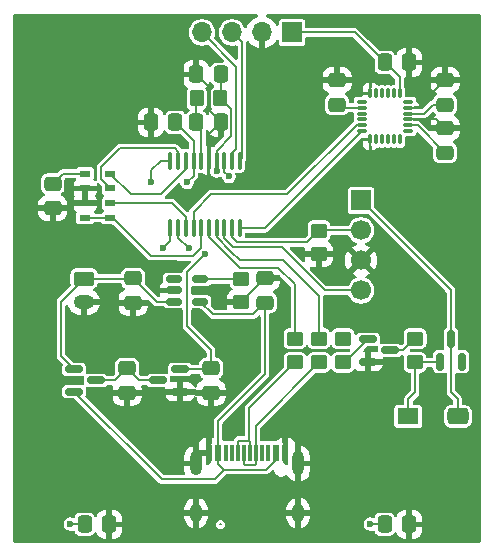
<source format=gbr>
%TF.GenerationSoftware,KiCad,Pcbnew,9.0.3*%
%TF.CreationDate,2025-07-16T11:43:19+02:00*%
%TF.ProjectId,ElbAltm1,456c6241-6c74-46d3-912e-6b696361645f,1.0*%
%TF.SameCoordinates,Original*%
%TF.FileFunction,Copper,L1,Top*%
%TF.FilePolarity,Positive*%
%FSLAX46Y46*%
G04 Gerber Fmt 4.6, Leading zero omitted, Abs format (unit mm)*
G04 Created by KiCad (PCBNEW 9.0.3) date 2025-07-16 11:43:19*
%MOMM*%
%LPD*%
G01*
G04 APERTURE LIST*
G04 Aperture macros list*
%AMRoundRect*
0 Rectangle with rounded corners*
0 $1 Rounding radius*
0 $2 $3 $4 $5 $6 $7 $8 $9 X,Y pos of 4 corners*
0 Add a 4 corners polygon primitive as box body*
4,1,4,$2,$3,$4,$5,$6,$7,$8,$9,$2,$3,0*
0 Add four circle primitives for the rounded corners*
1,1,$1+$1,$2,$3*
1,1,$1+$1,$4,$5*
1,1,$1+$1,$6,$7*
1,1,$1+$1,$8,$9*
0 Add four rect primitives between the rounded corners*
20,1,$1+$1,$2,$3,$4,$5,0*
20,1,$1+$1,$4,$5,$6,$7,0*
20,1,$1+$1,$6,$7,$8,$9,0*
20,1,$1+$1,$8,$9,$2,$3,0*%
G04 Aperture macros list end*
%TA.AperFunction,SMDPad,CuDef*%
%ADD10RoundRect,0.250000X-0.337500X-0.475000X0.337500X-0.475000X0.337500X0.475000X-0.337500X0.475000X0*%
%TD*%
%TA.AperFunction,SMDPad,CuDef*%
%ADD11RoundRect,0.250000X0.475000X-0.337500X0.475000X0.337500X-0.475000X0.337500X-0.475000X-0.337500X0*%
%TD*%
%TA.AperFunction,SMDPad,CuDef*%
%ADD12RoundRect,0.100000X-0.100000X0.637500X-0.100000X-0.637500X0.100000X-0.637500X0.100000X0.637500X0*%
%TD*%
%TA.AperFunction,SMDPad,CuDef*%
%ADD13RoundRect,0.250000X-0.450000X0.350000X-0.450000X-0.350000X0.450000X-0.350000X0.450000X0.350000X0*%
%TD*%
%TA.AperFunction,SMDPad,CuDef*%
%ADD14R,0.950000X0.550000*%
%TD*%
%TA.AperFunction,SMDPad,CuDef*%
%ADD15RoundRect,0.250000X0.450000X-0.350000X0.450000X0.350000X-0.450000X0.350000X-0.450000X-0.350000X0*%
%TD*%
%TA.AperFunction,SMDPad,CuDef*%
%ADD16RoundRect,0.150000X0.150000X-0.587500X0.150000X0.587500X-0.150000X0.587500X-0.150000X-0.587500X0*%
%TD*%
%TA.AperFunction,SMDPad,CuDef*%
%ADD17RoundRect,0.075000X0.075000X-0.350000X0.075000X0.350000X-0.075000X0.350000X-0.075000X-0.350000X0*%
%TD*%
%TA.AperFunction,SMDPad,CuDef*%
%ADD18RoundRect,0.075000X0.350000X0.075000X-0.350000X0.075000X-0.350000X-0.075000X0.350000X-0.075000X0*%
%TD*%
%TA.AperFunction,SMDPad,CuDef*%
%ADD19RoundRect,0.150000X-0.587500X-0.150000X0.587500X-0.150000X0.587500X0.150000X-0.587500X0.150000X0*%
%TD*%
%TA.AperFunction,SMDPad,CuDef*%
%ADD20RoundRect,0.250000X-0.475000X0.337500X-0.475000X-0.337500X0.475000X-0.337500X0.475000X0.337500X0*%
%TD*%
%TA.AperFunction,SMDPad,CuDef*%
%ADD21RoundRect,0.150000X-0.512500X-0.150000X0.512500X-0.150000X0.512500X0.150000X-0.512500X0.150000X0*%
%TD*%
%TA.AperFunction,ComponentPad*%
%ADD22R,1.700000X1.700000*%
%TD*%
%TA.AperFunction,ComponentPad*%
%ADD23C,1.700000*%
%TD*%
%TA.AperFunction,SMDPad,CuDef*%
%ADD24R,1.800000X1.400000*%
%TD*%
%TA.AperFunction,SMDPad,CuDef*%
%ADD25RoundRect,0.350000X-0.550000X0.350000X-0.550000X-0.350000X0.550000X-0.350000X0.550000X0.350000X0*%
%TD*%
%TA.AperFunction,SMDPad,CuDef*%
%ADD26RoundRect,0.250000X0.337500X0.475000X-0.337500X0.475000X-0.337500X-0.475000X0.337500X-0.475000X0*%
%TD*%
%TA.AperFunction,SMDPad,CuDef*%
%ADD27R,0.600000X1.450000*%
%TD*%
%TA.AperFunction,SMDPad,CuDef*%
%ADD28R,0.300000X1.450000*%
%TD*%
%TA.AperFunction,HeatsinkPad*%
%ADD29O,1.000000X2.100000*%
%TD*%
%TA.AperFunction,HeatsinkPad*%
%ADD30O,1.000000X1.600000*%
%TD*%
%TA.AperFunction,SMDPad,CuDef*%
%ADD31RoundRect,0.250000X0.350000X0.450000X-0.350000X0.450000X-0.350000X-0.450000X0.350000X-0.450000X0*%
%TD*%
%TA.AperFunction,SMDPad,CuDef*%
%ADD32RoundRect,0.150000X0.587500X0.150000X-0.587500X0.150000X-0.587500X-0.150000X0.587500X-0.150000X0*%
%TD*%
%TA.AperFunction,ComponentPad*%
%ADD33RoundRect,0.250000X-0.625000X0.350000X-0.625000X-0.350000X0.625000X-0.350000X0.625000X0.350000X0*%
%TD*%
%TA.AperFunction,ComponentPad*%
%ADD34O,1.750000X1.200000*%
%TD*%
%TA.AperFunction,ComponentPad*%
%ADD35O,1.700000X1.700000*%
%TD*%
%TA.AperFunction,ViaPad*%
%ADD36C,0.600000*%
%TD*%
%TA.AperFunction,Conductor*%
%ADD37C,0.200000*%
%TD*%
G04 APERTURE END LIST*
D10*
%TO.P,C10,1*%
%TO.N,BUTT3*%
X136122500Y-121412000D03*
%TO.P,C10,2*%
%TO.N,GND*%
X138197500Y-121412000D03*
%TD*%
D11*
%TO.P,C13,1*%
%TO.N,Net-(U6-CPOUT)*%
X157480000Y-85873500D03*
%TO.P,C13,2*%
%TO.N,GND*%
X157480000Y-83798500D03*
%TD*%
D12*
%TO.P,U3,1,PB7/PB8*%
%TO.N,SCL1*%
X149229000Y-90609500D03*
%TO.P,U3,2,PC14*%
%TO.N,SDA1*%
X148579000Y-90609500D03*
%TO.P,U3,3,PC15*%
%TO.N,BEEP*%
X147929000Y-90609500D03*
%TO.P,U3,4,VDD*%
%TO.N,+3V3*%
X147279000Y-90609500D03*
%TO.P,U3,5,VSS*%
%TO.N,GND*%
X146629000Y-90609500D03*
%TO.P,U3,6,PF2*%
%TO.N,NRST*%
X145979000Y-90609500D03*
%TO.P,U3,7,PA0*%
%TO.N,BUTT2*%
X145329000Y-90609500D03*
%TO.P,U3,8,PA1*%
%TO.N,SCLK*%
X144679000Y-90609500D03*
%TO.P,U3,9,PA2*%
%TO.N,MOSI*%
X144029000Y-90609500D03*
%TO.P,U3,10,PA3*%
%TO.N,STBATT*%
X143379000Y-90609500D03*
%TO.P,U3,11,PA4*%
%TO.N,BUTT3*%
X143379000Y-96334500D03*
%TO.P,U3,12,PA5*%
%TO.N,BUTT1*%
X144029000Y-96334500D03*
%TO.P,U3,13,PA6*%
%TO.N,MISO*%
X144679000Y-96334500D03*
%TO.P,U3,14,PA7*%
%TO.N,SCL2*%
X145329000Y-96334500D03*
%TO.P,U3,15,PA8*%
%TO.N,CSEL*%
X145979000Y-96334500D03*
%TO.P,U3,16,PA11*%
%TO.N,USB_DM*%
X146629000Y-96334500D03*
%TO.P,U3,17,PA12*%
%TO.N,USB_DP*%
X147279000Y-96334500D03*
%TO.P,U3,18,PA13*%
%TO.N,SWDIO*%
X147929000Y-96334500D03*
%TO.P,U3,19,PA14/PA15*%
%TO.N,SWCLK*%
X148579000Y-96334500D03*
%TO.P,U3,20,PB3/PB4/PB5/PB6*%
%TO.N,SDA2*%
X149229000Y-96334500D03*
%TD*%
D10*
%TO.P,C8,1*%
%TO.N,BUTT1*%
X161522500Y-121412000D03*
%TO.P,C8,2*%
%TO.N,GND*%
X163597500Y-121412000D03*
%TD*%
D13*
%TO.P,R6,1*%
%TO.N,BEEP*%
X157988000Y-105680000D03*
%TO.P,R6,2*%
%TO.N,Net-(Q1-B)*%
X157988000Y-107680000D03*
%TD*%
D14*
%TO.P,U4,1,VDD*%
%TO.N,+3V3*%
X136144000Y-91714000D03*
%TO.P,U4,2,PS*%
%TO.N,GND*%
X136144000Y-92964000D03*
%TO.P,U4,3,GND*%
X136144000Y-94214000D03*
%TO.P,U4,4,CSB*%
%TO.N,CSEL*%
X136144000Y-95464000D03*
%TO.P,U4,5,CSB*%
X138294000Y-95464000D03*
%TO.P,U4,6,SDO*%
%TO.N,MISO*%
X138294000Y-94214000D03*
%TO.P,U4,7,SDI/SDA*%
%TO.N,MOSI*%
X138294000Y-92964000D03*
%TO.P,U4,8,SCLK*%
%TO.N,SCLK*%
X138294000Y-91714000D03*
%TD*%
D11*
%TO.P,C14,1*%
%TO.N,Net-(U6-REGOUT)*%
X166624000Y-85873500D03*
%TO.P,C14,2*%
%TO.N,GND*%
X166624000Y-83798500D03*
%TD*%
D13*
%TO.P,R5,1*%
%TO.N,Net-(U5-PROG)*%
X149352000Y-100600000D03*
%TO.P,R5,2*%
%TO.N,GND*%
X149352000Y-102600000D03*
%TD*%
D15*
%TO.P,R1,1*%
%TO.N,Net-(J1-D--PadA7)*%
X153924000Y-107680000D03*
%TO.P,R1,2*%
%TO.N,USB_DM*%
X153924000Y-105680000D03*
%TD*%
%TO.P,R2,1*%
%TO.N,Net-(J1-D+-PadA6)*%
X155956000Y-107680000D03*
%TO.P,R2,2*%
%TO.N,USB_DP*%
X155956000Y-105680000D03*
%TD*%
D11*
%TO.P,C11,1*%
%TO.N,Net-(U6-VLOGIC)*%
X166624000Y-89937500D03*
%TO.P,C11,2*%
%TO.N,GND*%
X166624000Y-87862500D03*
%TD*%
D16*
%TO.P,D2,1,A*%
%TO.N,Net-(BUZ1--)*%
X166182000Y-107617500D03*
%TO.P,D2,2,A*%
%TO.N,unconnected-(D2-A-Pad2)*%
X168082000Y-107617500D03*
%TO.P,D2,3,K*%
%TO.N,+3V3*%
X167132000Y-105742500D03*
%TD*%
D17*
%TO.P,U6,1,CLKIN*%
%TO.N,GND*%
X160294000Y-88818000D03*
%TO.P,U6,2,NC*%
%TO.N,unconnected-(U6-NC-Pad2)*%
X160794000Y-88818000D03*
%TO.P,U6,3,NC*%
%TO.N,unconnected-(U6-NC-Pad3)*%
X161294000Y-88818000D03*
%TO.P,U6,4,NC*%
%TO.N,unconnected-(U6-NC-Pad4)*%
X161794000Y-88818000D03*
%TO.P,U6,5,NC*%
%TO.N,unconnected-(U6-NC-Pad5)*%
X162294000Y-88818000D03*
%TO.P,U6,6,AUX_DA*%
%TO.N,unconnected-(U6-AUX_DA-Pad6)*%
X162794000Y-88818000D03*
D18*
%TO.P,U6,7,AUX_CL*%
%TO.N,unconnected-(U6-AUX_CL-Pad7)*%
X163494000Y-88118000D03*
%TO.P,U6,8,VLOGIC*%
%TO.N,Net-(U6-VLOGIC)*%
X163494000Y-87618000D03*
%TO.P,U6,9,AD0*%
%TO.N,GND*%
X163494000Y-87118000D03*
%TO.P,U6,10,REGOUT*%
%TO.N,Net-(U6-REGOUT)*%
X163494000Y-86618000D03*
%TO.P,U6,11,FSYNC*%
%TO.N,GND*%
X163494000Y-86118000D03*
%TO.P,U6,12,INT*%
%TO.N,unconnected-(U6-INT-Pad12)*%
X163494000Y-85618000D03*
D17*
%TO.P,U6,13,VDD*%
%TO.N,+3V3*%
X162794000Y-84918000D03*
%TO.P,U6,14,NC*%
%TO.N,unconnected-(U6-NC-Pad14)*%
X162294000Y-84918000D03*
%TO.P,U6,15,NC*%
%TO.N,unconnected-(U6-NC-Pad15)*%
X161794000Y-84918000D03*
%TO.P,U6,16,NC*%
%TO.N,unconnected-(U6-NC-Pad16)*%
X161294000Y-84918000D03*
%TO.P,U6,17,NC*%
%TO.N,unconnected-(U6-NC-Pad17)*%
X160794000Y-84918000D03*
%TO.P,U6,18,GND*%
%TO.N,GND*%
X160294000Y-84918000D03*
D18*
%TO.P,U6,19,RESV*%
%TO.N,unconnected-(U6-RESV-Pad19)*%
X159594000Y-85618000D03*
%TO.P,U6,20,CPOUT*%
%TO.N,Net-(U6-CPOUT)*%
X159594000Y-86118000D03*
%TO.P,U6,21,RESV*%
%TO.N,unconnected-(U6-RESV-Pad21)*%
X159594000Y-86618000D03*
%TO.P,U6,22,RESV*%
%TO.N,unconnected-(U6-RESV-Pad22)*%
X159594000Y-87118000D03*
%TO.P,U6,23,SCL*%
%TO.N,SCL2*%
X159594000Y-87618000D03*
%TO.P,U6,24,SDA*%
%TO.N,SDA2*%
X159594000Y-88118000D03*
%TD*%
D19*
%TO.P,D1,1,A*%
%TO.N,VBATT*%
X135206500Y-108270000D03*
%TO.P,D1,2,A*%
%TO.N,VBUS*%
X135206500Y-110170000D03*
%TO.P,D1,3,K*%
%TO.N,+5V*%
X137081500Y-109220000D03*
%TD*%
D20*
%TO.P,C2,1*%
%TO.N,+3V3*%
X146812000Y-108182500D03*
%TO.P,C2,2*%
%TO.N,GND*%
X146812000Y-110257500D03*
%TD*%
%TO.P,C7,1*%
%TO.N,VBATT*%
X140208000Y-100562500D03*
%TO.P,C7,2*%
%TO.N,GND*%
X140208000Y-102637500D03*
%TD*%
D21*
%TO.P,U5,1,STAT*%
%TO.N,STBATT*%
X143642500Y-100650000D03*
%TO.P,U5,2,V_{SS}*%
%TO.N,GND*%
X143642500Y-101600000D03*
%TO.P,U5,3,V_{BAT}*%
%TO.N,VBATT*%
X143642500Y-102550000D03*
%TO.P,U5,4,V_{DD}*%
%TO.N,VBUS*%
X145917500Y-102550000D03*
%TO.P,U5,5,PROG*%
%TO.N,Net-(U5-PROG)*%
X145917500Y-100650000D03*
%TD*%
D22*
%TO.P,J2,1,Pin_1*%
%TO.N,+3V3*%
X159512000Y-93980000D03*
D23*
%TO.P,J2,2,Pin_2*%
%TO.N,SWCLK*%
X159512000Y-96520000D03*
%TO.P,J2,3,Pin_3*%
%TO.N,GND*%
X159512000Y-99060000D03*
%TO.P,J2,4,Pin_4*%
%TO.N,SWDIO*%
X159512000Y-101600000D03*
%TD*%
D24*
%TO.P,BUZ1,1,-*%
%TO.N,Net-(BUZ1--)*%
X163508000Y-112268000D03*
D25*
%TO.P,BUZ1,2,+*%
%TO.N,+3V3*%
X167708000Y-112268000D03*
%TD*%
D26*
%TO.P,C1,1*%
%TO.N,+3V3*%
X147645500Y-83312000D03*
%TO.P,C1,2*%
%TO.N,GND*%
X145570500Y-83312000D03*
%TD*%
D20*
%TO.P,C4,1*%
%TO.N,+3V3*%
X133409000Y-92551500D03*
%TO.P,C4,2*%
%TO.N,GND*%
X133409000Y-94626500D03*
%TD*%
D27*
%TO.P,J1,A1,GND*%
%TO.N,GND*%
X146610000Y-115335000D03*
%TO.P,J1,A4,VBUS*%
%TO.N,VBUS*%
X147410000Y-115335000D03*
D28*
%TO.P,J1,A5,CC1*%
%TO.N,unconnected-(J1-CC1-PadA5)*%
X148610000Y-115335000D03*
%TO.P,J1,A6,D+*%
%TO.N,Net-(J1-D+-PadA6)*%
X149610000Y-115335000D03*
%TO.P,J1,A7,D-*%
%TO.N,Net-(J1-D--PadA7)*%
X150110000Y-115335000D03*
%TO.P,J1,A8,SBU1*%
%TO.N,unconnected-(J1-SBU1-PadA8)*%
X151110000Y-115335000D03*
D27*
%TO.P,J1,A9,VBUS*%
%TO.N,VBUS*%
X152310000Y-115335000D03*
%TO.P,J1,A12,GND*%
%TO.N,GND*%
X153110000Y-115335000D03*
%TO.P,J1,B1,GND*%
X153110000Y-115335000D03*
%TO.P,J1,B4,VBUS*%
%TO.N,VBUS*%
X152310000Y-115335000D03*
D28*
%TO.P,J1,B5,CC2*%
%TO.N,unconnected-(J1-CC2-PadB5)*%
X151610000Y-115335000D03*
%TO.P,J1,B6,D+*%
%TO.N,Net-(J1-D+-PadA6)*%
X150610000Y-115335000D03*
%TO.P,J1,B7,D-*%
%TO.N,Net-(J1-D--PadA7)*%
X149110000Y-115335000D03*
%TO.P,J1,B8,SBU2*%
%TO.N,unconnected-(J1-SBU2-PadB8)*%
X148110000Y-115335000D03*
D27*
%TO.P,J1,B9,VBUS*%
%TO.N,VBUS*%
X147410000Y-115335000D03*
%TO.P,J1,B12,GND*%
%TO.N,GND*%
X146610000Y-115335000D03*
D29*
%TO.P,J1,S1,SHIELD*%
X145540000Y-116250000D03*
D30*
X145540000Y-120430000D03*
D29*
X154180000Y-116250000D03*
D30*
X154180000Y-120430000D03*
%TD*%
D15*
%TO.P,R7,1*%
%TO.N,Net-(BUZ1--)*%
X164084000Y-107680000D03*
%TO.P,R7,2*%
%TO.N,Net-(Q1-C)*%
X164084000Y-105680000D03*
%TD*%
D26*
%TO.P,C9,1*%
%TO.N,BUTT2*%
X143785500Y-87376000D03*
%TO.P,C9,2*%
%TO.N,GND*%
X141710500Y-87376000D03*
%TD*%
D10*
%TO.P,C5,1*%
%TO.N,NRST*%
X145570500Y-87376000D03*
%TO.P,C5,2*%
%TO.N,GND*%
X147645500Y-87376000D03*
%TD*%
D13*
%TO.P,R4,1*%
%TO.N,SWCLK*%
X155956000Y-96536000D03*
%TO.P,R4,2*%
%TO.N,GND*%
X155956000Y-98536000D03*
%TD*%
D20*
%TO.P,C3,1*%
%TO.N,+5V*%
X139700000Y-108182500D03*
%TO.P,C3,2*%
%TO.N,GND*%
X139700000Y-110257500D03*
%TD*%
D31*
%TO.P,R3,1*%
%TO.N,+3V3*%
X147608000Y-85344000D03*
%TO.P,R3,2*%
%TO.N,NRST*%
X145608000Y-85344000D03*
%TD*%
D32*
%TO.P,U1,1,GND*%
%TO.N,GND*%
X144193500Y-110170000D03*
%TO.P,U1,2,VO*%
%TO.N,+3V3*%
X144193500Y-108270000D03*
%TO.P,U1,3,VI*%
%TO.N,+5V*%
X142318500Y-109220000D03*
%TD*%
D19*
%TO.P,Q1,1,B*%
%TO.N,Net-(Q1-B)*%
X160098500Y-105730000D03*
%TO.P,Q1,2,E*%
%TO.N,GND*%
X160098500Y-107630000D03*
%TO.P,Q1,3,C*%
%TO.N,Net-(Q1-C)*%
X161973500Y-106680000D03*
%TD*%
D26*
%TO.P,C12,1*%
%TO.N,GND*%
X163597500Y-82296000D03*
%TO.P,C12,2*%
%TO.N,+3V3*%
X161522500Y-82296000D03*
%TD*%
D33*
%TO.P,BT1,1,+*%
%TO.N,VBATT*%
X136054000Y-100600000D03*
D34*
%TO.P,BT1,2,-*%
%TO.N,GND*%
X136054000Y-102600000D03*
%TD*%
D11*
%TO.P,C6,1*%
%TO.N,VBUS*%
X151384000Y-102637500D03*
%TO.P,C6,2*%
%TO.N,GND*%
X151384000Y-100562500D03*
%TD*%
D22*
%TO.P,U2,1,VCC*%
%TO.N,+3V3*%
X153670000Y-79756000D03*
D35*
%TO.P,U2,2,GND*%
%TO.N,GND*%
X151130000Y-79756000D03*
%TO.P,U2,3,SCK*%
%TO.N,SCL1*%
X148590000Y-79756000D03*
%TO.P,U2,4,SDA*%
%TO.N,SDA1*%
X146050000Y-79756000D03*
%TD*%
D36*
%TO.N,GND*%
X151384000Y-100562500D03*
%TO.N,+3V3*%
X146304000Y-98552000D03*
X147279001Y-91491553D03*
X136144000Y-91714000D03*
X147645500Y-83312000D03*
%TO.N,BUTT1*%
X144922000Y-98044000D03*
X160310000Y-121390000D03*
%TO.N,STBATT*%
X141732000Y-92456000D03*
X143642500Y-100650000D03*
%TO.N,BUTT3*%
X134910000Y-121390000D03*
X142748000Y-98044000D03*
%TO.N,BUTT2*%
X144780000Y-92456000D03*
%TO.N,BEEP*%
X157988000Y-105680000D03*
X148336000Y-91948000D03*
%TD*%
D37*
%TO.N,VBATT*%
X140170500Y-100600000D02*
X140208000Y-100562500D01*
X134112000Y-107175500D02*
X134112000Y-102542000D01*
X140208000Y-100562500D02*
X142195500Y-102550000D01*
X135206500Y-108270000D02*
X134112000Y-107175500D01*
X142195500Y-102550000D02*
X143642500Y-102550000D01*
X136054000Y-100600000D02*
X140170500Y-100600000D01*
X134112000Y-102542000D02*
X136054000Y-100600000D01*
%TO.N,GND*%
X165879500Y-87118000D02*
X166624000Y-87862500D01*
X150688000Y-92964000D02*
X151180000Y-92472000D01*
X146629000Y-90609500D02*
X146629000Y-88392500D01*
X147645500Y-87376000D02*
X146707000Y-86437500D01*
X146629000Y-88392500D02*
X147645500Y-87376000D01*
X146707000Y-86437500D02*
X146707000Y-84448500D01*
X164326000Y-86118000D02*
X166624000Y-83820000D01*
X163494000Y-87118000D02*
X165879500Y-87118000D01*
X146707000Y-84448500D02*
X145570500Y-83312000D01*
X149352000Y-102600000D02*
X149352000Y-102594500D01*
X149352000Y-102594500D02*
X151384000Y-100562500D01*
X163494000Y-86118000D02*
X164326000Y-86118000D01*
X166624000Y-83820000D02*
X166624000Y-83798500D01*
%TO.N,+3V3*%
X147279000Y-90609500D02*
X147279001Y-91491553D01*
X146724500Y-108270000D02*
X146812000Y-108182500D01*
X134246500Y-91714000D02*
X133409000Y-92551500D01*
X167132000Y-101600000D02*
X167132000Y-105742500D01*
X159512000Y-93980000D02*
X167132000Y-101600000D01*
X148534000Y-86270000D02*
X147608000Y-85344000D01*
X167132000Y-110236000D02*
X167708000Y-110812000D01*
X144780000Y-104648000D02*
X144780000Y-100076000D01*
X146812000Y-106680000D02*
X144780000Y-104648000D01*
X153670000Y-79756000D02*
X158982500Y-79756000D01*
X144193500Y-108270000D02*
X146724500Y-108270000D01*
X158982500Y-79756000D02*
X161522500Y-82296000D01*
X147645500Y-83312000D02*
X147645500Y-85306500D01*
X167708000Y-110812000D02*
X167708000Y-112268000D01*
X146812000Y-108182500D02*
X146812000Y-106680000D01*
X136144000Y-91714000D02*
X134246500Y-91714000D01*
X147279000Y-89753000D02*
X148534000Y-88498000D01*
X144780000Y-100076000D02*
X146304000Y-98552000D01*
X148534000Y-88498000D02*
X148534000Y-86270000D01*
X162794000Y-83567500D02*
X162794000Y-84918000D01*
X167132000Y-105742500D02*
X167132000Y-110236000D01*
X147279000Y-89753000D02*
X147279000Y-90466500D01*
X161522500Y-82296000D02*
X162794000Y-83567500D01*
%TO.N,+5V*%
X140737500Y-109220000D02*
X142318500Y-109220000D01*
X138662500Y-109220000D02*
X139700000Y-108182500D01*
X137081500Y-109220000D02*
X138662500Y-109220000D01*
X139700000Y-108182500D02*
X140737500Y-109220000D01*
%TO.N,NRST*%
X145570500Y-87376000D02*
X145570500Y-85381500D01*
X145979000Y-87784500D02*
X145570500Y-87376000D01*
X145979000Y-90609500D02*
X145979000Y-87784500D01*
%TO.N,BUTT1*%
X144029000Y-97151000D02*
X144922000Y-98044000D01*
X161522500Y-121412000D02*
X160332000Y-121412000D01*
X160332000Y-121412000D02*
X160310000Y-121390000D01*
X144029000Y-96334500D02*
X144029000Y-97151000D01*
%TO.N,VBUS*%
X147410000Y-116260000D02*
X147909000Y-116759000D01*
X150389500Y-103632000D02*
X151384000Y-102637500D01*
X151491000Y-116762000D02*
X152310000Y-115943000D01*
X147410000Y-115335000D02*
X147410000Y-112686000D01*
X152310000Y-115943000D02*
X152310000Y-115335000D01*
X151384000Y-108712000D02*
X151384000Y-102637500D01*
X142637500Y-117601000D02*
X147105008Y-117601000D01*
X146999500Y-103632000D02*
X150389500Y-103632000D01*
X147410000Y-112686000D02*
X151384000Y-108712000D01*
X135206500Y-110170000D02*
X142637500Y-117601000D01*
X147105008Y-117601000D02*
X147909000Y-116797008D01*
X147909000Y-116797008D02*
X147909000Y-116759000D01*
X147410000Y-115335000D02*
X147410000Y-116260000D01*
X145917500Y-102550000D02*
X146999500Y-103632000D01*
X147909000Y-116759000D02*
X147912000Y-116762000D01*
X147912000Y-116762000D02*
X151491000Y-116762000D01*
%TO.N,STBATT*%
X143379000Y-90609500D02*
X142562500Y-90609500D01*
X141732000Y-91440000D02*
X141732000Y-92456000D01*
X142562500Y-90609500D02*
X141732000Y-91440000D01*
%TO.N,BUTT3*%
X143379000Y-97413000D02*
X142748000Y-98044000D01*
X143379000Y-96334500D02*
X143379000Y-97413000D01*
X136122500Y-121412000D02*
X134932000Y-121412000D01*
X134932000Y-121412000D02*
X134910000Y-121390000D01*
%TO.N,Net-(U6-VLOGIC)*%
X164304500Y-87618000D02*
X166624000Y-89937500D01*
X163494000Y-87618000D02*
X164304500Y-87618000D01*
%TO.N,Net-(U6-CPOUT)*%
X159594000Y-86118000D02*
X157724500Y-86118000D01*
X157724500Y-86118000D02*
X157480000Y-85873500D01*
%TO.N,Net-(U6-REGOUT)*%
X163494000Y-86618000D02*
X164863500Y-86618000D01*
X165608000Y-85873500D02*
X166624000Y-85873500D01*
X164863500Y-86618000D02*
X165608000Y-85873500D01*
%TO.N,Net-(J1-D+-PadA6)*%
X149610000Y-116312000D02*
X149659000Y-116361000D01*
X150561000Y-116361000D02*
X150610000Y-116312000D01*
X155956000Y-107696000D02*
X150610000Y-113042000D01*
X150610000Y-116312000D02*
X150610000Y-115335000D01*
X149610000Y-115335000D02*
X149610000Y-116312000D01*
X149659000Y-116361000D02*
X150561000Y-116361000D01*
X150610000Y-113042000D02*
X150610000Y-115335000D01*
X155956000Y-107680000D02*
X155956000Y-107696000D01*
%TO.N,Net-(J1-D--PadA7)*%
X149110000Y-115335000D02*
X149110000Y-114358000D01*
X149159000Y-114309000D02*
X150061000Y-114309000D01*
X153924000Y-107696000D02*
X150061000Y-111559000D01*
X150061000Y-111559000D02*
X150061000Y-114309000D01*
X150110000Y-114358000D02*
X150110000Y-115335000D01*
X150061000Y-114309000D02*
X150110000Y-114358000D01*
X153924000Y-107680000D02*
X153924000Y-107696000D01*
X149110000Y-114358000D02*
X149159000Y-114309000D01*
%TO.N,SWCLK*%
X148579000Y-96334500D02*
X148579000Y-97071999D01*
X156464000Y-96520000D02*
X159512000Y-96520000D01*
X149043001Y-97536000D02*
X154956000Y-97536000D01*
X156448000Y-96536000D02*
X156464000Y-96520000D01*
X154956000Y-97536000D02*
X155956000Y-96536000D01*
X148579000Y-97071999D02*
X149043001Y-97536000D01*
X155956000Y-96536000D02*
X156448000Y-96536000D01*
%TO.N,SWDIO*%
X147929000Y-97186685D02*
X148679315Y-97937000D01*
X156464000Y-101600000D02*
X159512000Y-101600000D01*
X152801000Y-97937000D02*
X156464000Y-101600000D01*
X147929000Y-96334500D02*
X147929000Y-97186685D01*
X148679315Y-97937000D02*
X152801000Y-97937000D01*
%TO.N,USB_DM*%
X153924000Y-101092000D02*
X153924000Y-105680000D01*
X149231001Y-99674000D02*
X152506000Y-99674000D01*
X146629000Y-96334500D02*
X146629000Y-97071999D01*
X152506000Y-99674000D02*
X153924000Y-101092000D01*
X146629000Y-97071999D02*
X149231001Y-99674000D01*
%TO.N,Net-(U5-PROG)*%
X149302000Y-100650000D02*
X149352000Y-100600000D01*
X145917500Y-100650000D02*
X149302000Y-100650000D01*
%TO.N,SCL2*%
X146812000Y-93472000D02*
X153281176Y-93472000D01*
X145329000Y-94955000D02*
X146812000Y-93472000D01*
X145329000Y-96334500D02*
X145329000Y-94955000D01*
X153281176Y-93472000D02*
X159135176Y-87618000D01*
X159135176Y-87618000D02*
X159594000Y-87618000D01*
%TO.N,USB_DP*%
X148543001Y-98336000D02*
X149267001Y-99060000D01*
X152908000Y-99060000D02*
X155956000Y-102108000D01*
X155956000Y-102108000D02*
X155956000Y-105680000D01*
X149267001Y-99060000D02*
X152908000Y-99060000D01*
X147279000Y-96334500D02*
X147279000Y-97102371D01*
X148512630Y-98336000D02*
X148543001Y-98336000D01*
X147279000Y-97102371D02*
X148512630Y-98336000D01*
%TO.N,SDA2*%
X151377500Y-96334500D02*
X159594000Y-88118000D01*
X149229000Y-96334500D02*
X151377500Y-96334500D01*
%TO.N,MOSI*%
X138294000Y-92964000D02*
X137518000Y-92188000D01*
X144029000Y-89872001D02*
X144029000Y-90609500D01*
X139085000Y-89571000D02*
X143727999Y-89571000D01*
X137518000Y-91138000D02*
X139085000Y-89571000D01*
X137518000Y-92188000D02*
X137518000Y-91138000D01*
X143727999Y-89571000D02*
X144029000Y-89872001D01*
%TO.N,SCL1*%
X149428999Y-80594999D02*
X148590000Y-79756000D01*
X149229000Y-90609500D02*
X149428999Y-90409501D01*
X149428999Y-90409501D02*
X149428999Y-80594999D01*
%TO.N,SDA1*%
X148934000Y-89597130D02*
X148934000Y-82640000D01*
X148579000Y-90609500D02*
X148579000Y-89952130D01*
X148934000Y-82640000D02*
X146050000Y-79756000D01*
X148579000Y-89952130D02*
X148934000Y-89597130D01*
%TO.N,Net-(BUZ1--)*%
X166119500Y-107680000D02*
X166182000Y-107617500D01*
X163508000Y-110812000D02*
X163508000Y-112268000D01*
X164084000Y-107680000D02*
X166119500Y-107680000D01*
X164084000Y-107680000D02*
X164084000Y-110236000D01*
X164084000Y-110236000D02*
X163508000Y-110812000D01*
%TO.N,SCLK*%
X140052000Y-93472000D02*
X142553999Y-93472000D01*
X138294000Y-91714000D02*
X140052000Y-93472000D01*
X142553999Y-93472000D02*
X144679000Y-91346999D01*
X144679000Y-91346999D02*
X144679000Y-90609500D01*
%TO.N,CSEL*%
X141690000Y-98660000D02*
X138494000Y-95464000D01*
X145259500Y-98694000D02*
X143963686Y-98694000D01*
X143963686Y-98694000D02*
X143929685Y-98660000D01*
X145979000Y-97974500D02*
X145259500Y-98694000D01*
X136144000Y-95464000D02*
X138294000Y-95464000D01*
X143929685Y-98660000D02*
X141690000Y-98660000D01*
X138494000Y-95464000D02*
X138294000Y-95464000D01*
X145979000Y-96334500D02*
X145979000Y-97974500D01*
%TO.N,MISO*%
X144679000Y-95403000D02*
X144679000Y-96334500D01*
X143490000Y-94214000D02*
X144679000Y-95403000D01*
X138294000Y-94214000D02*
X143490000Y-94214000D01*
%TO.N,BUTT2*%
X145329000Y-90609500D02*
X145329000Y-91907000D01*
X147632000Y-121412000D02*
X147610000Y-121390000D01*
X145329000Y-91907000D02*
X144780000Y-92456000D01*
X145329000Y-90609500D02*
X145329000Y-88919500D01*
X145329000Y-88919500D02*
X143785500Y-87376000D01*
%TO.N,Net-(Q1-B)*%
X158148500Y-107680000D02*
X160098500Y-105730000D01*
X157988000Y-107680000D02*
X158148500Y-107680000D01*
%TO.N,Net-(Q1-C)*%
X161973500Y-106680000D02*
X163084000Y-106680000D01*
X163084000Y-106680000D02*
X164084000Y-105680000D01*
%TO.N,BEEP*%
X147929000Y-91541000D02*
X148336000Y-91948000D01*
X147929000Y-90609500D02*
X147929000Y-91541000D01*
%TD*%
%TA.AperFunction,Conductor*%
%TO.N,GND*%
G36*
X150758913Y-78244185D02*
G01*
X150804668Y-78296989D01*
X150814612Y-78366147D01*
X150785587Y-78429703D01*
X150730192Y-78466431D01*
X150611782Y-78504904D01*
X150422442Y-78601379D01*
X150250540Y-78726272D01*
X150250535Y-78726276D01*
X150100276Y-78876535D01*
X150100272Y-78876540D01*
X149975379Y-79048442D01*
X149878905Y-79237781D01*
X149856395Y-79307059D01*
X149816957Y-79364734D01*
X149752598Y-79391932D01*
X149683752Y-79380017D01*
X149632276Y-79332773D01*
X149627979Y-79325035D01*
X149548337Y-79168729D01*
X149444670Y-79026043D01*
X149319957Y-78901330D01*
X149177270Y-78797662D01*
X149020127Y-78717593D01*
X148852384Y-78663089D01*
X148678190Y-78635500D01*
X148678185Y-78635500D01*
X148501815Y-78635500D01*
X148501810Y-78635500D01*
X148327615Y-78663089D01*
X148159872Y-78717593D01*
X148002729Y-78797662D01*
X147860040Y-78901332D01*
X147735332Y-79026040D01*
X147631662Y-79168729D01*
X147551593Y-79325872D01*
X147497089Y-79493615D01*
X147469500Y-79667809D01*
X147469500Y-79844190D01*
X147497089Y-80018384D01*
X147551593Y-80186127D01*
X147608863Y-80298525D01*
X147631662Y-80343270D01*
X147735330Y-80485957D01*
X147860043Y-80610670D01*
X148002730Y-80714338D01*
X148076975Y-80752167D01*
X148159872Y-80794406D01*
X148159874Y-80794406D01*
X148159877Y-80794408D01*
X148249788Y-80823622D01*
X148327615Y-80848910D01*
X148501810Y-80876500D01*
X148501815Y-80876500D01*
X148678190Y-80876500D01*
X148777274Y-80860806D01*
X148852384Y-80848910D01*
X148896179Y-80834679D01*
X148966020Y-80832683D01*
X149025853Y-80868762D01*
X149056682Y-80931463D01*
X149058499Y-80952610D01*
X149058499Y-81941170D01*
X149038814Y-82008209D01*
X148986010Y-82053964D01*
X148916852Y-82063908D01*
X148853296Y-82034883D01*
X148846818Y-82028851D01*
X147121461Y-80303494D01*
X147087976Y-80242171D01*
X147091210Y-80177496D01*
X147142910Y-80018384D01*
X147170500Y-79844190D01*
X147170500Y-79667809D01*
X147142910Y-79493615D01*
X147098163Y-79355901D01*
X147088408Y-79325877D01*
X147088406Y-79325874D01*
X147088406Y-79325872D01*
X147008337Y-79168729D01*
X146904670Y-79026043D01*
X146779957Y-78901330D01*
X146637270Y-78797662D01*
X146480127Y-78717593D01*
X146312384Y-78663089D01*
X146138190Y-78635500D01*
X146138185Y-78635500D01*
X145961815Y-78635500D01*
X145961810Y-78635500D01*
X145787615Y-78663089D01*
X145619872Y-78717593D01*
X145462729Y-78797662D01*
X145320040Y-78901332D01*
X145195332Y-79026040D01*
X145091662Y-79168729D01*
X145011593Y-79325872D01*
X144957089Y-79493615D01*
X144929500Y-79667809D01*
X144929500Y-79844190D01*
X144957089Y-80018384D01*
X145011593Y-80186127D01*
X145068863Y-80298525D01*
X145091662Y-80343270D01*
X145195330Y-80485957D01*
X145320043Y-80610670D01*
X145462730Y-80714338D01*
X145536975Y-80752167D01*
X145619872Y-80794406D01*
X145619874Y-80794406D01*
X145619877Y-80794408D01*
X145709788Y-80823622D01*
X145787615Y-80848910D01*
X145961810Y-80876500D01*
X145961815Y-80876500D01*
X146138190Y-80876500D01*
X146312384Y-80848910D01*
X146362325Y-80832683D01*
X146471496Y-80797210D01*
X146541335Y-80795216D01*
X146597494Y-80827461D01*
X147271913Y-81501880D01*
X147874853Y-82104819D01*
X147908338Y-82166142D01*
X147903354Y-82235834D01*
X147861482Y-82291767D01*
X147796018Y-82316184D01*
X147787172Y-82316500D01*
X147267246Y-82316500D01*
X147207502Y-82323674D01*
X147183603Y-82326544D01*
X147050501Y-82379033D01*
X147050499Y-82379034D01*
X146936490Y-82465490D01*
X146850034Y-82579499D01*
X146846584Y-82588248D01*
X146803676Y-82643390D01*
X146737768Y-82666582D01*
X146669784Y-82650459D01*
X146621309Y-82600140D01*
X146613525Y-82581758D01*
X146592358Y-82517880D01*
X146592356Y-82517875D01*
X146500315Y-82368654D01*
X146376345Y-82244684D01*
X146227124Y-82152643D01*
X146227119Y-82152641D01*
X146060697Y-82097494D01*
X146060690Y-82097493D01*
X145957986Y-82087000D01*
X145820500Y-82087000D01*
X145820500Y-83188000D01*
X145800815Y-83255039D01*
X145748011Y-83300794D01*
X145696500Y-83312000D01*
X145570500Y-83312000D01*
X145570500Y-83438000D01*
X145550815Y-83505039D01*
X145498011Y-83550794D01*
X145446500Y-83562000D01*
X144483001Y-83562000D01*
X144483001Y-83836986D01*
X144493494Y-83939697D01*
X144548641Y-84106119D01*
X144548643Y-84106124D01*
X144640684Y-84255345D01*
X144764656Y-84379317D01*
X144805431Y-84404467D01*
X144852156Y-84456415D01*
X144863379Y-84525377D01*
X144839140Y-84584930D01*
X144800033Y-84636500D01*
X144800033Y-84636501D01*
X144747544Y-84769603D01*
X144746267Y-84780240D01*
X144737500Y-84853246D01*
X144737500Y-85834754D01*
X144744481Y-85892891D01*
X144747544Y-85918396D01*
X144800033Y-86051498D01*
X144800034Y-86051500D01*
X144800035Y-86051501D01*
X144886490Y-86165510D01*
X144937411Y-86204124D01*
X144983900Y-86239378D01*
X145025424Y-86295571D01*
X145029975Y-86365292D01*
X144996110Y-86426406D01*
X144981742Y-86437232D01*
X144982257Y-86437910D01*
X144861491Y-86529488D01*
X144776804Y-86641166D01*
X144720611Y-86682689D01*
X144650890Y-86687240D01*
X144589776Y-86653375D01*
X144579196Y-86641166D01*
X144500641Y-86537575D01*
X144494510Y-86529490D01*
X144494508Y-86529489D01*
X144494508Y-86529488D01*
X144380500Y-86443034D01*
X144380498Y-86443033D01*
X144247396Y-86390544D01*
X144233454Y-86388870D01*
X144163754Y-86380500D01*
X143407246Y-86380500D01*
X143347502Y-86387674D01*
X143323603Y-86390544D01*
X143190501Y-86443033D01*
X143190499Y-86443034D01*
X143076490Y-86529490D01*
X142990034Y-86643499D01*
X142986584Y-86652248D01*
X142943676Y-86707390D01*
X142877768Y-86730582D01*
X142809784Y-86714459D01*
X142761309Y-86664140D01*
X142753525Y-86645758D01*
X142732358Y-86581880D01*
X142732356Y-86581875D01*
X142640315Y-86432654D01*
X142516345Y-86308684D01*
X142367124Y-86216643D01*
X142367119Y-86216641D01*
X142200697Y-86161494D01*
X142200690Y-86161493D01*
X142097986Y-86151000D01*
X141960500Y-86151000D01*
X141960500Y-88600999D01*
X142097972Y-88600999D01*
X142097986Y-88600998D01*
X142200697Y-88590505D01*
X142367119Y-88535358D01*
X142367124Y-88535356D01*
X142516345Y-88443315D01*
X142640315Y-88319345D01*
X142732356Y-88170124D01*
X142732359Y-88170117D01*
X142753525Y-88106242D01*
X142793297Y-88048797D01*
X142857812Y-88021973D01*
X142926588Y-88034288D01*
X142977789Y-88081830D01*
X142986585Y-88099754D01*
X142990034Y-88108500D01*
X142998236Y-88119316D01*
X143076490Y-88222510D01*
X143157315Y-88283801D01*
X143190499Y-88308965D01*
X143190501Y-88308966D01*
X143216820Y-88319345D01*
X143323605Y-88361456D01*
X143407246Y-88371500D01*
X143407251Y-88371500D01*
X144163748Y-88371500D01*
X144163754Y-88371500D01*
X144187186Y-88368685D01*
X144256090Y-88380233D01*
X144289652Y-88404119D01*
X144922181Y-89036647D01*
X144955666Y-89097970D01*
X144958500Y-89124328D01*
X144958500Y-89479154D01*
X144938815Y-89546193D01*
X144886011Y-89591948D01*
X144818645Y-89601634D01*
X144818632Y-89601824D01*
X144817763Y-89601761D01*
X144816853Y-89601892D01*
X144816751Y-89601877D01*
X144814161Y-89601500D01*
X144814158Y-89601500D01*
X144543845Y-89601500D01*
X144471819Y-89611993D01*
X144431224Y-89631839D01*
X144407839Y-89635831D01*
X144385611Y-89644122D01*
X144374031Y-89641602D01*
X144362351Y-89643597D01*
X144340520Y-89634313D01*
X144317338Y-89629270D01*
X144302442Y-89618119D01*
X144298054Y-89616253D01*
X144289084Y-89608119D01*
X144256492Y-89575527D01*
X143955494Y-89274528D01*
X143955493Y-89274527D01*
X143955492Y-89274526D01*
X143929212Y-89259353D01*
X143913250Y-89250137D01*
X143913249Y-89250137D01*
X143871007Y-89225749D01*
X143871002Y-89225747D01*
X143823893Y-89213123D01*
X143823893Y-89213124D01*
X143776778Y-89200500D01*
X143776777Y-89200500D01*
X143776776Y-89200500D01*
X139036223Y-89200500D01*
X138941991Y-89225749D01*
X138918841Y-89239115D01*
X138874437Y-89264752D01*
X138857511Y-89274524D01*
X138857505Y-89274528D01*
X137221528Y-90910504D01*
X137221524Y-90910510D01*
X137197137Y-90952748D01*
X137197138Y-90952749D01*
X137172749Y-90994991D01*
X137172749Y-90994992D01*
X137160124Y-91042107D01*
X137157343Y-91052489D01*
X137152371Y-91071047D01*
X137152369Y-91071054D01*
X137147500Y-91089223D01*
X137147500Y-92212332D01*
X137127815Y-92279371D01*
X137075011Y-92325126D01*
X137005853Y-92335070D01*
X136949189Y-92311598D01*
X136896352Y-92272044D01*
X136854481Y-92216111D01*
X136849497Y-92146419D01*
X136867561Y-92103888D01*
X136873805Y-92094544D01*
X136889500Y-92015640D01*
X136889500Y-91412360D01*
X136889500Y-91412357D01*
X136889499Y-91412355D01*
X136873806Y-91333460D01*
X136873805Y-91333459D01*
X136873805Y-91333456D01*
X136832303Y-91271345D01*
X136814019Y-91243980D01*
X136760382Y-91208141D01*
X136724544Y-91184195D01*
X136724542Y-91184194D01*
X136724539Y-91184193D01*
X136645644Y-91168500D01*
X136645640Y-91168500D01*
X136328736Y-91168500D01*
X136296644Y-91164275D01*
X136219109Y-91143500D01*
X136219108Y-91143500D01*
X136068892Y-91143500D01*
X136068890Y-91143500D01*
X135991356Y-91164275D01*
X135959264Y-91168500D01*
X135642355Y-91168500D01*
X135563460Y-91184193D01*
X135563456Y-91184195D01*
X135473981Y-91243980D01*
X135444306Y-91288392D01*
X135390693Y-91333196D01*
X135341204Y-91343500D01*
X134197719Y-91343500D01*
X134157868Y-91354178D01*
X134157868Y-91354179D01*
X134103492Y-91368749D01*
X134103491Y-91368749D01*
X134103489Y-91368750D01*
X134075173Y-91385098D01*
X134052840Y-91397993D01*
X134019011Y-91417524D01*
X134019005Y-91417528D01*
X133779353Y-91657181D01*
X133718030Y-91690666D01*
X133691672Y-91693500D01*
X132893246Y-91693500D01*
X132833502Y-91700674D01*
X132809603Y-91703544D01*
X132676501Y-91756033D01*
X132676499Y-91756034D01*
X132562490Y-91842490D01*
X132476034Y-91956499D01*
X132476033Y-91956501D01*
X132423544Y-92089603D01*
X132422951Y-92094541D01*
X132413500Y-92173246D01*
X132413500Y-92929754D01*
X132419950Y-92983466D01*
X132423544Y-93013396D01*
X132476033Y-93146498D01*
X132476034Y-93146500D01*
X132489714Y-93164540D01*
X132562490Y-93260510D01*
X132676499Y-93346965D01*
X132676498Y-93346965D01*
X132685242Y-93350413D01*
X132740386Y-93393317D01*
X132763581Y-93459225D01*
X132747462Y-93527209D01*
X132697146Y-93575687D01*
X132678759Y-93583474D01*
X132614878Y-93604642D01*
X132614875Y-93604643D01*
X132465654Y-93696684D01*
X132341684Y-93820654D01*
X132249643Y-93969875D01*
X132249641Y-93969880D01*
X132194494Y-94136302D01*
X132194493Y-94136309D01*
X132184000Y-94239013D01*
X132184000Y-94376500D01*
X134633999Y-94376500D01*
X134633999Y-94239028D01*
X134633998Y-94239013D01*
X134623505Y-94136302D01*
X134568358Y-93969880D01*
X134568356Y-93969875D01*
X134476315Y-93820654D01*
X134352345Y-93696684D01*
X134203124Y-93604643D01*
X134203121Y-93604642D01*
X134139240Y-93583474D01*
X134081796Y-93543701D01*
X134054973Y-93479185D01*
X134067288Y-93410409D01*
X134114831Y-93359209D01*
X134132760Y-93350412D01*
X134141501Y-93346965D01*
X134220783Y-93286844D01*
X135169000Y-93286844D01*
X135175401Y-93346372D01*
X135175403Y-93346379D01*
X135225645Y-93481086D01*
X135225648Y-93481092D01*
X135250800Y-93514691D01*
X135275216Y-93580155D01*
X135260364Y-93648428D01*
X135250800Y-93663309D01*
X135225648Y-93696907D01*
X135225645Y-93696913D01*
X135175403Y-93831620D01*
X135175401Y-93831627D01*
X135169000Y-93891155D01*
X135169000Y-93964000D01*
X135894000Y-93964000D01*
X136394000Y-93964000D01*
X137119000Y-93964000D01*
X137119000Y-93891172D01*
X137118999Y-93891155D01*
X137112598Y-93831627D01*
X137112597Y-93831623D01*
X137062351Y-93696909D01*
X137037200Y-93663312D01*
X137012782Y-93597848D01*
X137027633Y-93529575D01*
X137037200Y-93514688D01*
X137062351Y-93481090D01*
X137112597Y-93346376D01*
X137112598Y-93346372D01*
X137118999Y-93286844D01*
X137119000Y-93286827D01*
X137119000Y-93214000D01*
X136394000Y-93214000D01*
X136394000Y-93964000D01*
X135894000Y-93964000D01*
X135894000Y-93214000D01*
X135169000Y-93214000D01*
X135169000Y-93286844D01*
X134220783Y-93286844D01*
X134255510Y-93260510D01*
X134341965Y-93146501D01*
X134359712Y-93101500D01*
X134374034Y-93065181D01*
X134394456Y-93013395D01*
X134404500Y-92929754D01*
X134404500Y-92208500D01*
X134424185Y-92141461D01*
X134476989Y-92095706D01*
X134528500Y-92084500D01*
X135269620Y-92084500D01*
X135336659Y-92104185D01*
X135382414Y-92156989D01*
X135392358Y-92226147D01*
X135363333Y-92289703D01*
X135343930Y-92307767D01*
X135311810Y-92331811D01*
X135311809Y-92331812D01*
X135225649Y-92446906D01*
X135225645Y-92446913D01*
X135175403Y-92581620D01*
X135175401Y-92581627D01*
X135169000Y-92641155D01*
X135169000Y-92714000D01*
X137119000Y-92714000D01*
X137119000Y-92641172D01*
X137118999Y-92641162D01*
X137117037Y-92622914D01*
X137129440Y-92554154D01*
X137177049Y-92503015D01*
X137244748Y-92485734D01*
X137311043Y-92507797D01*
X137328007Y-92521974D01*
X137512181Y-92706147D01*
X137545666Y-92767470D01*
X137548500Y-92793828D01*
X137548500Y-93265644D01*
X137564193Y-93344539D01*
X137564194Y-93344542D01*
X137564195Y-93344544D01*
X137565813Y-93346965D01*
X137623980Y-93434019D01*
X137701622Y-93485898D01*
X137746427Y-93539511D01*
X137755134Y-93608836D01*
X137724979Y-93671863D01*
X137701622Y-93692102D01*
X137623980Y-93743980D01*
X137564195Y-93833456D01*
X137564193Y-93833460D01*
X137548500Y-93912355D01*
X137548500Y-94515644D01*
X137564193Y-94594539D01*
X137564194Y-94594542D01*
X137564195Y-94594544D01*
X137581752Y-94620819D01*
X137623980Y-94684019D01*
X137701622Y-94735898D01*
X137746427Y-94789511D01*
X137755134Y-94858836D01*
X137724979Y-94921863D01*
X137716789Y-94930161D01*
X137709672Y-94936723D01*
X137623981Y-94993981D01*
X137586110Y-95050658D01*
X137575262Y-95060661D01*
X137556636Y-95069872D01*
X137540693Y-95083196D01*
X137521698Y-95087150D01*
X137512633Y-95091634D01*
X137504536Y-95090724D01*
X137491204Y-95093500D01*
X137018381Y-95093500D01*
X136951342Y-95073815D01*
X136905587Y-95021011D01*
X136895643Y-94951853D01*
X136924668Y-94888297D01*
X136944069Y-94870234D01*
X136976190Y-94846187D01*
X137062350Y-94731093D01*
X137062354Y-94731086D01*
X137112596Y-94596379D01*
X137112598Y-94596372D01*
X137118999Y-94536844D01*
X137119000Y-94536827D01*
X137119000Y-94464000D01*
X135169000Y-94464000D01*
X135169000Y-94536844D01*
X135175401Y-94596372D01*
X135175403Y-94596379D01*
X135225645Y-94731086D01*
X135225649Y-94731093D01*
X135311809Y-94846187D01*
X135311812Y-94846190D01*
X135391647Y-94905955D01*
X135433518Y-94961889D01*
X135438502Y-95031580D01*
X135420440Y-95074109D01*
X135414195Y-95083454D01*
X135414193Y-95083460D01*
X135398500Y-95162355D01*
X135398500Y-95765644D01*
X135414193Y-95844539D01*
X135414194Y-95844542D01*
X135414195Y-95844544D01*
X135414369Y-95844804D01*
X135473980Y-95934019D01*
X135509819Y-95957965D01*
X135563456Y-95993805D01*
X135563459Y-95993805D01*
X135563460Y-95993806D01*
X135642355Y-96009499D01*
X135642358Y-96009500D01*
X135642360Y-96009500D01*
X136645642Y-96009500D01*
X136645643Y-96009499D01*
X136724544Y-95993805D01*
X136814019Y-95934019D01*
X136843694Y-95889608D01*
X136897307Y-95844804D01*
X136946796Y-95834500D01*
X137491204Y-95834500D01*
X137558243Y-95854185D01*
X137594306Y-95889608D01*
X137623981Y-95934019D01*
X137713456Y-95993805D01*
X137713459Y-95993805D01*
X137713460Y-95993806D01*
X137792355Y-96009499D01*
X137792358Y-96009500D01*
X137792360Y-96009500D01*
X138464171Y-96009500D01*
X138531210Y-96029185D01*
X138551852Y-96045819D01*
X140009068Y-97503034D01*
X141462508Y-98956474D01*
X141521894Y-98990761D01*
X141546994Y-99005253D01*
X141604660Y-99020703D01*
X141641223Y-99030500D01*
X143774882Y-99030500D01*
X143780967Y-99031617D01*
X143784496Y-99030873D01*
X143818936Y-99038590D01*
X143819478Y-99038796D01*
X143820633Y-99039248D01*
X143821695Y-99039524D01*
X143871178Y-99052782D01*
X143871180Y-99052783D01*
X143894614Y-99059061D01*
X143914909Y-99064500D01*
X143914910Y-99064500D01*
X143914914Y-99064501D01*
X143963692Y-99064500D01*
X144968171Y-99064500D01*
X145035210Y-99084185D01*
X145080965Y-99136989D01*
X145090909Y-99206147D01*
X145061884Y-99269703D01*
X145055852Y-99276181D01*
X144483529Y-99848502D01*
X144483528Y-99848503D01*
X144483526Y-99848507D01*
X144466216Y-99878490D01*
X144434749Y-99932992D01*
X144413967Y-100010551D01*
X144411089Y-100017652D01*
X144393940Y-100039266D01*
X144379580Y-100062826D01*
X144372532Y-100066249D01*
X144367663Y-100072387D01*
X144341549Y-100081299D01*
X144316733Y-100093354D01*
X144306080Y-100093404D01*
X144301538Y-100094955D01*
X144295469Y-100093455D01*
X144276773Y-100093544D01*
X144188102Y-100079500D01*
X144188097Y-100079500D01*
X143717609Y-100079500D01*
X143717608Y-100079500D01*
X143567392Y-100079500D01*
X143567389Y-100079500D01*
X143096904Y-100079500D01*
X142998436Y-100095095D01*
X142923423Y-100133317D01*
X142879755Y-100155567D01*
X142879754Y-100155568D01*
X142879749Y-100155571D01*
X142785571Y-100249749D01*
X142785568Y-100249753D01*
X142725093Y-100368441D01*
X142709500Y-100466897D01*
X142709500Y-100833096D01*
X142715773Y-100872701D01*
X142706817Y-100941995D01*
X142680981Y-100979777D01*
X142612322Y-101048437D01*
X142612314Y-101048447D01*
X142528718Y-101189801D01*
X142482899Y-101347513D01*
X142482704Y-101349998D01*
X142482705Y-101350000D01*
X143518500Y-101350000D01*
X143585539Y-101369685D01*
X143631294Y-101422489D01*
X143642500Y-101474000D01*
X143642500Y-101726000D01*
X143622815Y-101793039D01*
X143570011Y-101838794D01*
X143518500Y-101850000D01*
X142482705Y-101850000D01*
X142482704Y-101850001D01*
X142482899Y-101852486D01*
X142530895Y-102017690D01*
X142528509Y-102018383D01*
X142531145Y-102039755D01*
X142535947Y-102073147D01*
X142535409Y-102074323D01*
X142535568Y-102075605D01*
X142520948Y-102105988D01*
X142506922Y-102136703D01*
X142505833Y-102137402D01*
X142505274Y-102138566D01*
X142476541Y-102156227D01*
X142448144Y-102174477D01*
X142446456Y-102174719D01*
X142445750Y-102175154D01*
X142413209Y-102179500D01*
X142400328Y-102179500D01*
X142333289Y-102159815D01*
X142312647Y-102143181D01*
X141236119Y-101066652D01*
X141202634Y-101005329D01*
X141200685Y-100964190D01*
X141203500Y-100940754D01*
X141203500Y-100184246D01*
X141193456Y-100100605D01*
X141140965Y-99967499D01*
X141054510Y-99853490D01*
X140968054Y-99787928D01*
X140940500Y-99767034D01*
X140940498Y-99767033D01*
X140807396Y-99714544D01*
X140793454Y-99712870D01*
X140723754Y-99704500D01*
X139692246Y-99704500D01*
X139632502Y-99711674D01*
X139608603Y-99714544D01*
X139475501Y-99767033D01*
X139475499Y-99767034D01*
X139361490Y-99853490D01*
X139275034Y-99967499D01*
X139275033Y-99967501D01*
X139222544Y-100100603D01*
X139220181Y-100120284D01*
X139192644Y-100184498D01*
X139134761Y-100223631D01*
X139097065Y-100229500D01*
X137311933Y-100229500D01*
X137244894Y-100209815D01*
X137199139Y-100157011D01*
X137192409Y-100133063D01*
X137191406Y-100133317D01*
X137189456Y-100125605D01*
X137136966Y-99992501D01*
X137136965Y-99992499D01*
X137050510Y-99878490D01*
X136936501Y-99792035D01*
X136936500Y-99792034D01*
X136936498Y-99792033D01*
X136803396Y-99739544D01*
X136789454Y-99737870D01*
X136719754Y-99729500D01*
X135388246Y-99729500D01*
X135328502Y-99736674D01*
X135304603Y-99739544D01*
X135171501Y-99792033D01*
X135171499Y-99792034D01*
X135057490Y-99878490D01*
X134971034Y-99992499D01*
X134971033Y-99992501D01*
X134918544Y-100125603D01*
X134918544Y-100125605D01*
X134908500Y-100209246D01*
X134908500Y-100990754D01*
X134916433Y-101056819D01*
X134918544Y-101074396D01*
X134927480Y-101097057D01*
X134933761Y-101166644D01*
X134901423Y-101228579D01*
X134899806Y-101230226D01*
X133815528Y-102314503D01*
X133810909Y-102322505D01*
X133810907Y-102322508D01*
X133766750Y-102398989D01*
X133766749Y-102398992D01*
X133741500Y-102493223D01*
X133741500Y-107224280D01*
X133748525Y-107250498D01*
X133748526Y-107250498D01*
X133748526Y-107250499D01*
X133766749Y-107318508D01*
X133791137Y-107360750D01*
X133815526Y-107402993D01*
X133815528Y-107402995D01*
X134213469Y-107800936D01*
X134246954Y-107862259D01*
X134241970Y-107931951D01*
X134236273Y-107944911D01*
X134214094Y-107988438D01*
X134214093Y-107988441D01*
X134198500Y-108086897D01*
X134198500Y-108453095D01*
X134214095Y-108551563D01*
X134219262Y-108561703D01*
X134274567Y-108670245D01*
X134274569Y-108670247D01*
X134274571Y-108670250D01*
X134368749Y-108764428D01*
X134368753Y-108764431D01*
X134368755Y-108764433D01*
X134487438Y-108824905D01*
X134487439Y-108824905D01*
X134487441Y-108824906D01*
X134585897Y-108840499D01*
X134585903Y-108840500D01*
X135827096Y-108840499D01*
X135925562Y-108824905D01*
X135925563Y-108824904D01*
X135935200Y-108823378D01*
X135935447Y-108824943D01*
X135994319Y-108823262D01*
X136054152Y-108859342D01*
X136084980Y-108922043D01*
X136085270Y-108962585D01*
X136073500Y-109036902D01*
X136073500Y-109403096D01*
X136085271Y-109477416D01*
X136076315Y-109546709D01*
X136031318Y-109600160D01*
X135964566Y-109620799D01*
X135935239Y-109616368D01*
X135935200Y-109616621D01*
X135827102Y-109599500D01*
X134585904Y-109599500D01*
X134487436Y-109615095D01*
X134407316Y-109655919D01*
X134368755Y-109675567D01*
X134368754Y-109675568D01*
X134368749Y-109675571D01*
X134274571Y-109769749D01*
X134274568Y-109769753D01*
X134214093Y-109888441D01*
X134198500Y-109986897D01*
X134198500Y-110353095D01*
X134214095Y-110451563D01*
X134232567Y-110487815D01*
X134274567Y-110570245D01*
X134274569Y-110570247D01*
X134274571Y-110570250D01*
X134368749Y-110664428D01*
X134368753Y-110664431D01*
X134368755Y-110664433D01*
X134487438Y-110724905D01*
X134487439Y-110724905D01*
X134487441Y-110724906D01*
X134585897Y-110740499D01*
X134585903Y-110740500D01*
X135201670Y-110740499D01*
X135268709Y-110760183D01*
X135289351Y-110776818D01*
X142410002Y-117897470D01*
X142410006Y-117897473D01*
X142410007Y-117897474D01*
X142452250Y-117921862D01*
X142494492Y-117946251D01*
X142541607Y-117958875D01*
X142588722Y-117971500D01*
X142588723Y-117971500D01*
X147153786Y-117971500D01*
X147200900Y-117958875D01*
X147248016Y-117946251D01*
X147290258Y-117921862D01*
X147332501Y-117897474D01*
X148061155Y-117168818D01*
X148122478Y-117135334D01*
X148148836Y-117132500D01*
X151539778Y-117132500D01*
X151586892Y-117119875D01*
X151634008Y-117107251D01*
X151676250Y-117082862D01*
X151718493Y-117058474D01*
X151969106Y-116807859D01*
X152030425Y-116774377D01*
X152100117Y-116779361D01*
X152156051Y-116821232D01*
X152176559Y-116863450D01*
X152213719Y-117002136D01*
X152235615Y-117040060D01*
X152289485Y-117133365D01*
X152396635Y-117240515D01*
X152527865Y-117316281D01*
X152674234Y-117355500D01*
X152674236Y-117355500D01*
X152825764Y-117355500D01*
X152825766Y-117355500D01*
X152972135Y-117316281D01*
X153103365Y-117240515D01*
X153103372Y-117240507D01*
X153109811Y-117235568D01*
X153112044Y-117238478D01*
X153158258Y-117212865D01*
X153227980Y-117217411D01*
X153284176Y-117258930D01*
X153290394Y-117268634D01*
X153290426Y-117268613D01*
X153403248Y-117437462D01*
X153403251Y-117437466D01*
X153542533Y-117576748D01*
X153542537Y-117576751D01*
X153706315Y-117686185D01*
X153706328Y-117686192D01*
X153888308Y-117761569D01*
X153930000Y-117769862D01*
X153930000Y-116966988D01*
X153939940Y-116984205D01*
X153995795Y-117040060D01*
X154064204Y-117079556D01*
X154140504Y-117100000D01*
X154219496Y-117100000D01*
X154295796Y-117079556D01*
X154364205Y-117040060D01*
X154420060Y-116984205D01*
X154430000Y-116966988D01*
X154430000Y-117769862D01*
X154471690Y-117761569D01*
X154471692Y-117761569D01*
X154653671Y-117686192D01*
X154653684Y-117686185D01*
X154817462Y-117576751D01*
X154817466Y-117576748D01*
X154956748Y-117437466D01*
X154956751Y-117437462D01*
X155066185Y-117273684D01*
X155066192Y-117273671D01*
X155141569Y-117091693D01*
X155141572Y-117091681D01*
X155179999Y-116898495D01*
X155180000Y-116898492D01*
X155180000Y-116500000D01*
X154480000Y-116500000D01*
X154480000Y-116000000D01*
X155180000Y-116000000D01*
X155180000Y-115601508D01*
X155179999Y-115601504D01*
X155141572Y-115408318D01*
X155141569Y-115408306D01*
X155066192Y-115226328D01*
X155066185Y-115226315D01*
X154956751Y-115062537D01*
X154956748Y-115062533D01*
X154817466Y-114923251D01*
X154817462Y-114923248D01*
X154653684Y-114813814D01*
X154653671Y-114813807D01*
X154471691Y-114738429D01*
X154471683Y-114738427D01*
X154430000Y-114730135D01*
X154430000Y-115533011D01*
X154420060Y-115515795D01*
X154364205Y-115459940D01*
X154295796Y-115420444D01*
X154219496Y-115400000D01*
X154140504Y-115400000D01*
X154064204Y-115420444D01*
X153995795Y-115459940D01*
X153939940Y-115515795D01*
X153930000Y-115533011D01*
X153930000Y-114713733D01*
X153916001Y-114693183D01*
X153916000Y-114693177D01*
X153915999Y-114693176D01*
X153915998Y-114693169D01*
X153910000Y-114655073D01*
X153910000Y-114562172D01*
X153909999Y-114562155D01*
X153903598Y-114502627D01*
X153903596Y-114502620D01*
X153853354Y-114367913D01*
X153853350Y-114367906D01*
X153767190Y-114252812D01*
X153767187Y-114252809D01*
X153652093Y-114166649D01*
X153652086Y-114166645D01*
X153517379Y-114116403D01*
X153517372Y-114116401D01*
X153457844Y-114110000D01*
X153360000Y-114110000D01*
X153360000Y-116276758D01*
X153340315Y-116343797D01*
X153287511Y-116389552D01*
X153218353Y-116399496D01*
X153154797Y-116370471D01*
X153148319Y-116364439D01*
X153103367Y-116319487D01*
X153103365Y-116319485D01*
X153027598Y-116275740D01*
X152972134Y-116243718D01*
X152972132Y-116243717D01*
X152967648Y-116242516D01*
X152907989Y-116206148D01*
X152877463Y-116143300D01*
X152878130Y-116098550D01*
X152880500Y-116086640D01*
X152880500Y-114583360D01*
X152880500Y-114583357D01*
X152862423Y-114492480D01*
X152864720Y-114492022D01*
X152860000Y-114468191D01*
X152860000Y-114110000D01*
X152762155Y-114110000D01*
X152702627Y-114116401D01*
X152702620Y-114116403D01*
X152567913Y-114166645D01*
X152567911Y-114166647D01*
X152452813Y-114252809D01*
X152452810Y-114252811D01*
X152425112Y-114289812D01*
X152369178Y-114331682D01*
X152325846Y-114339500D01*
X151983360Y-114339500D01*
X151940934Y-114347938D01*
X151909191Y-114354253D01*
X151860809Y-114354253D01*
X151829065Y-114347938D01*
X151786640Y-114339500D01*
X151433360Y-114339500D01*
X151433359Y-114339500D01*
X151384192Y-114349280D01*
X151335808Y-114349280D01*
X151286641Y-114339500D01*
X151286640Y-114339500D01*
X151104500Y-114339500D01*
X151037461Y-114319815D01*
X150991706Y-114267011D01*
X150980500Y-114215500D01*
X150980500Y-113246828D01*
X151000185Y-113179789D01*
X151016819Y-113159147D01*
X155589147Y-108586819D01*
X155650470Y-108553334D01*
X155676828Y-108550500D01*
X156446749Y-108550500D01*
X156446754Y-108550500D01*
X156530395Y-108540456D01*
X156663501Y-108487965D01*
X156777510Y-108401510D01*
X156863965Y-108287501D01*
X156863964Y-108287501D01*
X156869090Y-108280743D01*
X156870128Y-108281530D01*
X156913926Y-108238805D01*
X156982378Y-108224800D01*
X157047535Y-108250026D01*
X157074452Y-108281090D01*
X157074910Y-108280743D01*
X157080035Y-108287501D01*
X157166490Y-108401510D01*
X157280499Y-108487965D01*
X157280501Y-108487966D01*
X157329201Y-108507171D01*
X157413605Y-108540456D01*
X157497246Y-108550500D01*
X157497251Y-108550500D01*
X158478749Y-108550500D01*
X158478754Y-108550500D01*
X158562395Y-108540456D01*
X158695501Y-108487965D01*
X158809510Y-108401510D01*
X158895965Y-108287501D01*
X158895966Y-108287496D01*
X158897712Y-108285195D01*
X158953904Y-108243671D01*
X159023626Y-108239118D01*
X159084198Y-108272438D01*
X159109438Y-108297678D01*
X159109447Y-108297685D01*
X159250803Y-108381282D01*
X159250806Y-108381283D01*
X159408504Y-108427099D01*
X159408510Y-108427100D01*
X159445350Y-108429999D01*
X159445366Y-108430000D01*
X159848500Y-108430000D01*
X160348500Y-108430000D01*
X160751634Y-108430000D01*
X160751649Y-108429999D01*
X160788489Y-108427100D01*
X160788495Y-108427099D01*
X160946193Y-108381283D01*
X160946196Y-108381282D01*
X161087552Y-108297685D01*
X161087561Y-108297678D01*
X161203678Y-108181561D01*
X161203685Y-108181552D01*
X161287281Y-108040198D01*
X161333100Y-107882486D01*
X161333295Y-107880001D01*
X161333295Y-107880000D01*
X160348500Y-107880000D01*
X160348500Y-108430000D01*
X159848500Y-108430000D01*
X159848500Y-106830000D01*
X159821827Y-106830000D01*
X159754788Y-106810315D01*
X159709033Y-106757511D01*
X159699089Y-106688353D01*
X159728114Y-106624797D01*
X159734146Y-106618319D01*
X160015647Y-106336818D01*
X160076970Y-106303333D01*
X160103328Y-106300499D01*
X160719095Y-106300499D01*
X160719096Y-106300499D01*
X160817562Y-106284905D01*
X160817563Y-106284904D01*
X160827200Y-106283378D01*
X160827447Y-106284943D01*
X160886319Y-106283262D01*
X160946152Y-106319342D01*
X160976980Y-106382043D01*
X160977270Y-106422585D01*
X160965500Y-106496902D01*
X160965500Y-106719173D01*
X160945815Y-106786212D01*
X160893011Y-106831967D01*
X160823853Y-106841911D01*
X160806907Y-106838250D01*
X160788492Y-106832900D01*
X160788489Y-106832899D01*
X160751649Y-106830000D01*
X160348500Y-106830000D01*
X160348500Y-107380000D01*
X161333295Y-107380000D01*
X161334874Y-107378290D01*
X161347993Y-107315849D01*
X161397046Y-107266093D01*
X161457242Y-107250499D01*
X162594096Y-107250499D01*
X162692562Y-107234905D01*
X162811245Y-107174433D01*
X162850480Y-107135198D01*
X162898860Y-107086819D01*
X162925787Y-107072115D01*
X162951606Y-107055523D01*
X162957806Y-107054631D01*
X162960183Y-107053334D01*
X162986541Y-107050500D01*
X163003506Y-107050500D01*
X163070545Y-107070185D01*
X163116300Y-107122989D01*
X163126244Y-107192147D01*
X163123725Y-107204886D01*
X163123544Y-107205599D01*
X163118153Y-107250498D01*
X163113500Y-107289246D01*
X163113500Y-108070754D01*
X163116472Y-108095501D01*
X163123544Y-108154396D01*
X163176033Y-108287498D01*
X163176034Y-108287500D01*
X163176035Y-108287501D01*
X163262490Y-108401510D01*
X163376499Y-108487965D01*
X163376501Y-108487966D01*
X163425201Y-108507171D01*
X163509605Y-108540456D01*
X163593246Y-108550500D01*
X163593264Y-108550500D01*
X163596901Y-108550718D01*
X163662646Y-108574369D01*
X163705168Y-108629809D01*
X163713500Y-108674497D01*
X163713500Y-110031170D01*
X163693815Y-110098209D01*
X163677181Y-110118851D01*
X163211527Y-110584504D01*
X163211523Y-110584509D01*
X163202936Y-110599384D01*
X163202932Y-110599391D01*
X163198829Y-110606500D01*
X163162749Y-110668992D01*
X163162749Y-110668993D01*
X163143589Y-110740500D01*
X163141508Y-110748264D01*
X163141507Y-110748268D01*
X163137500Y-110763223D01*
X163137500Y-111173500D01*
X163117815Y-111240539D01*
X163065011Y-111286294D01*
X163013500Y-111297500D01*
X162581355Y-111297500D01*
X162502460Y-111313193D01*
X162502456Y-111313195D01*
X162412980Y-111372980D01*
X162353195Y-111462456D01*
X162353193Y-111462460D01*
X162337500Y-111541355D01*
X162337500Y-112994644D01*
X162353193Y-113073539D01*
X162353194Y-113073542D01*
X162353195Y-113073544D01*
X162377141Y-113109382D01*
X162412980Y-113163019D01*
X162448819Y-113186965D01*
X162502456Y-113222805D01*
X162502459Y-113222805D01*
X162502460Y-113222806D01*
X162581355Y-113238499D01*
X162581358Y-113238500D01*
X162581360Y-113238500D01*
X164434642Y-113238500D01*
X164434643Y-113238499D01*
X164513544Y-113222805D01*
X164603019Y-113163019D01*
X164662805Y-113073544D01*
X164678500Y-112994640D01*
X164678500Y-111541360D01*
X164678500Y-111541357D01*
X164678499Y-111541355D01*
X164662806Y-111462460D01*
X164662805Y-111462459D01*
X164662805Y-111462456D01*
X164603020Y-111372982D01*
X164603019Y-111372980D01*
X164545436Y-111334505D01*
X164513544Y-111313195D01*
X164513542Y-111313194D01*
X164513539Y-111313193D01*
X164434644Y-111297500D01*
X164434640Y-111297500D01*
X164002500Y-111297500D01*
X163993814Y-111294949D01*
X163984853Y-111296238D01*
X163960812Y-111285259D01*
X163935461Y-111277815D01*
X163929533Y-111270974D01*
X163921297Y-111267213D01*
X163907007Y-111244978D01*
X163889706Y-111225011D01*
X163887418Y-111214496D01*
X163883523Y-111208435D01*
X163878500Y-111173500D01*
X163878500Y-111016829D01*
X163898185Y-110949790D01*
X163914819Y-110929148D01*
X164380471Y-110463496D01*
X164380472Y-110463495D01*
X164380474Y-110463493D01*
X164404862Y-110421250D01*
X164429251Y-110379008D01*
X164454500Y-110284777D01*
X164454500Y-108674497D01*
X164474185Y-108607458D01*
X164526989Y-108561703D01*
X164571099Y-108550718D01*
X164574735Y-108550500D01*
X164574754Y-108550500D01*
X164658395Y-108540456D01*
X164791501Y-108487965D01*
X164905510Y-108401510D01*
X164991965Y-108287501D01*
X165044456Y-108154395D01*
X165044456Y-108154393D01*
X165046406Y-108146683D01*
X165049113Y-108147367D01*
X165071355Y-108095501D01*
X165129238Y-108056368D01*
X165166933Y-108050500D01*
X165487501Y-108050500D01*
X165554540Y-108070185D01*
X165600295Y-108122989D01*
X165611501Y-108174500D01*
X165611501Y-108238095D01*
X165627095Y-108336563D01*
X165647507Y-108376622D01*
X165687567Y-108455245D01*
X165687569Y-108455247D01*
X165687571Y-108455250D01*
X165781749Y-108549428D01*
X165781753Y-108549431D01*
X165781755Y-108549433D01*
X165900438Y-108609905D01*
X165900439Y-108609905D01*
X165900441Y-108609906D01*
X165998897Y-108625499D01*
X165998903Y-108625500D01*
X166365096Y-108625499D01*
X166463562Y-108609905D01*
X166581205Y-108549962D01*
X166649874Y-108537066D01*
X166714614Y-108563342D01*
X166754872Y-108620448D01*
X166761500Y-108660447D01*
X166761500Y-110284777D01*
X166786749Y-110379008D01*
X166811137Y-110421250D01*
X166835526Y-110463493D01*
X166835528Y-110463495D01*
X167301181Y-110929148D01*
X167315884Y-110956075D01*
X167332477Y-110981894D01*
X167333368Y-110988094D01*
X167334666Y-110990471D01*
X167337500Y-111016829D01*
X167337500Y-111173500D01*
X167317815Y-111240539D01*
X167265011Y-111286294D01*
X167213500Y-111297500D01*
X167095324Y-111297500D01*
X167060162Y-111300267D01*
X167060156Y-111300268D01*
X166909615Y-111344005D01*
X166909612Y-111344006D01*
X166774670Y-111423810D01*
X166774662Y-111423816D01*
X166663816Y-111534662D01*
X166663810Y-111534670D01*
X166584006Y-111669612D01*
X166584005Y-111669615D01*
X166540268Y-111820156D01*
X166540267Y-111820162D01*
X166537500Y-111855324D01*
X166537500Y-112680675D01*
X166540267Y-112715837D01*
X166540268Y-112715843D01*
X166584005Y-112866384D01*
X166584006Y-112866387D01*
X166663810Y-113001329D01*
X166663816Y-113001337D01*
X166774662Y-113112183D01*
X166774666Y-113112186D01*
X166774668Y-113112188D01*
X166909611Y-113191993D01*
X166921565Y-113195466D01*
X167060156Y-113235731D01*
X167060159Y-113235731D01*
X167060161Y-113235732D01*
X167095332Y-113238500D01*
X167095340Y-113238500D01*
X168320660Y-113238500D01*
X168320668Y-113238500D01*
X168355839Y-113235732D01*
X168355841Y-113235731D01*
X168355843Y-113235731D01*
X168400337Y-113222804D01*
X168506389Y-113191993D01*
X168641332Y-113112188D01*
X168752188Y-113001332D01*
X168831993Y-112866389D01*
X168875732Y-112715839D01*
X168878500Y-112680668D01*
X168878500Y-111855332D01*
X168875732Y-111820161D01*
X168831993Y-111669611D01*
X168752188Y-111534668D01*
X168752186Y-111534666D01*
X168752183Y-111534662D01*
X168641337Y-111423816D01*
X168641329Y-111423810D01*
X168508066Y-111344999D01*
X168506389Y-111344007D01*
X168506388Y-111344006D01*
X168506387Y-111344006D01*
X168506384Y-111344005D01*
X168355843Y-111300268D01*
X168355837Y-111300267D01*
X168320675Y-111297500D01*
X168320668Y-111297500D01*
X168202500Y-111297500D01*
X168135461Y-111277815D01*
X168089706Y-111225011D01*
X168078500Y-111173500D01*
X168078500Y-110763223D01*
X168077685Y-110760183D01*
X168072411Y-110740500D01*
X168053251Y-110668993D01*
X168053251Y-110668992D01*
X168017171Y-110606500D01*
X168013063Y-110599384D01*
X168013062Y-110599381D01*
X168004476Y-110584509D01*
X168004472Y-110584504D01*
X167538819Y-110118851D01*
X167505334Y-110057528D01*
X167502500Y-110031170D01*
X167502500Y-108660447D01*
X167522185Y-108593408D01*
X167574989Y-108547653D01*
X167644147Y-108537709D01*
X167682790Y-108549960D01*
X167800438Y-108609905D01*
X167800439Y-108609905D01*
X167800441Y-108609906D01*
X167898897Y-108625499D01*
X167898903Y-108625500D01*
X168265096Y-108625499D01*
X168363562Y-108609905D01*
X168482245Y-108549433D01*
X168576433Y-108455245D01*
X168636905Y-108336562D01*
X168643063Y-108297685D01*
X168652499Y-108238102D01*
X168652500Y-108238097D01*
X168652499Y-106996904D01*
X168636905Y-106898438D01*
X168576433Y-106779755D01*
X168576429Y-106779751D01*
X168576428Y-106779749D01*
X168482250Y-106685571D01*
X168482246Y-106685568D01*
X168482245Y-106685567D01*
X168363562Y-106625095D01*
X168363561Y-106625094D01*
X168363558Y-106625093D01*
X168265102Y-106609500D01*
X167898903Y-106609500D01*
X167824583Y-106621271D01*
X167755290Y-106612315D01*
X167701838Y-106567318D01*
X167681200Y-106500566D01*
X167685631Y-106471240D01*
X167685379Y-106471200D01*
X167702499Y-106363102D01*
X167702500Y-106363097D01*
X167702499Y-105121904D01*
X167686905Y-105023438D01*
X167626433Y-104904755D01*
X167626429Y-104904751D01*
X167626428Y-104904749D01*
X167538819Y-104817140D01*
X167505334Y-104755817D01*
X167502500Y-104729459D01*
X167502500Y-101551225D01*
X167502500Y-101551223D01*
X167477251Y-101456992D01*
X167428474Y-101372508D01*
X167359492Y-101303526D01*
X164017113Y-97961147D01*
X160668819Y-94612852D01*
X160635334Y-94551529D01*
X160632500Y-94525171D01*
X160632500Y-93103357D01*
X160632499Y-93103355D01*
X160616806Y-93024460D01*
X160616805Y-93024459D01*
X160616805Y-93024456D01*
X160567818Y-92951142D01*
X160557019Y-92934980D01*
X160489430Y-92889819D01*
X160467544Y-92875195D01*
X160467542Y-92875194D01*
X160467539Y-92875193D01*
X160388644Y-92859500D01*
X160388640Y-92859500D01*
X158635360Y-92859500D01*
X158635355Y-92859500D01*
X158556460Y-92875193D01*
X158556456Y-92875195D01*
X158466980Y-92934980D01*
X158407195Y-93024456D01*
X158407193Y-93024460D01*
X158391500Y-93103355D01*
X158391500Y-94856644D01*
X158407193Y-94935539D01*
X158407194Y-94935542D01*
X158407195Y-94935544D01*
X158427585Y-94966059D01*
X158466980Y-95025019D01*
X158502819Y-95048965D01*
X158556456Y-95084805D01*
X158556459Y-95084805D01*
X158556460Y-95084806D01*
X158635355Y-95100499D01*
X158635358Y-95100500D01*
X158635360Y-95100500D01*
X160057171Y-95100500D01*
X160124210Y-95120185D01*
X160144852Y-95136819D01*
X166725181Y-101717147D01*
X166758666Y-101778470D01*
X166761500Y-101804828D01*
X166761500Y-104729459D01*
X166741815Y-104796498D01*
X166725181Y-104817140D01*
X166637571Y-104904749D01*
X166637568Y-104904753D01*
X166577093Y-105023441D01*
X166561500Y-105121897D01*
X166561500Y-106363095D01*
X166570922Y-106422585D01*
X166577095Y-106461562D01*
X166577095Y-106461563D01*
X166578622Y-106471200D01*
X166577057Y-106471447D01*
X166578734Y-106530333D01*
X166542646Y-106590161D01*
X166479942Y-106620982D01*
X166439414Y-106621270D01*
X166365097Y-106609500D01*
X165998904Y-106609500D01*
X165900436Y-106625095D01*
X165820836Y-106665654D01*
X165781755Y-106685567D01*
X165781754Y-106685568D01*
X165781749Y-106685571D01*
X165687571Y-106779749D01*
X165687568Y-106779753D01*
X165627093Y-106898441D01*
X165611500Y-106996897D01*
X165611500Y-107185500D01*
X165591815Y-107252539D01*
X165539011Y-107298294D01*
X165487500Y-107309500D01*
X165166933Y-107309500D01*
X165099894Y-107289815D01*
X165054139Y-107237011D01*
X165047409Y-107213063D01*
X165046406Y-107213317D01*
X165044456Y-107205605D01*
X164991966Y-107072501D01*
X164991965Y-107072499D01*
X164975283Y-107050500D01*
X164905510Y-106958490D01*
X164791501Y-106872035D01*
X164791500Y-106872034D01*
X164791498Y-106872033D01*
X164658396Y-106819544D01*
X164644454Y-106817870D01*
X164574754Y-106809500D01*
X163777830Y-106809500D01*
X163756584Y-106803261D01*
X163734496Y-106801682D01*
X163723712Y-106793609D01*
X163710791Y-106789815D01*
X163696291Y-106773081D01*
X163678563Y-106759810D01*
X163673855Y-106747189D01*
X163665036Y-106737011D01*
X163661884Y-106715093D01*
X163654146Y-106694346D01*
X163657008Y-106681185D01*
X163655092Y-106667853D01*
X163664291Y-106647709D01*
X163668998Y-106626073D01*
X163682266Y-106608347D01*
X163684117Y-106604297D01*
X163690149Y-106597819D01*
X163701149Y-106586819D01*
X163762472Y-106553334D01*
X163788830Y-106550500D01*
X164574749Y-106550500D01*
X164574754Y-106550500D01*
X164658395Y-106540456D01*
X164791501Y-106487965D01*
X164905510Y-106401510D01*
X164991965Y-106287501D01*
X165044456Y-106154395D01*
X165054500Y-106070754D01*
X165054500Y-105289246D01*
X165044456Y-105205605D01*
X164991965Y-105072499D01*
X164905510Y-104958490D01*
X164791501Y-104872035D01*
X164791500Y-104872034D01*
X164791498Y-104872033D01*
X164658396Y-104819544D01*
X164644454Y-104817870D01*
X164574754Y-104809500D01*
X163593246Y-104809500D01*
X163533502Y-104816674D01*
X163509603Y-104819544D01*
X163376501Y-104872033D01*
X163376499Y-104872034D01*
X163262490Y-104958490D01*
X163176034Y-105072499D01*
X163176033Y-105072501D01*
X163123544Y-105205603D01*
X163123544Y-105205605D01*
X163113500Y-105289246D01*
X163113500Y-105289251D01*
X163113500Y-106074460D01*
X163111775Y-106074460D01*
X163105651Y-106101097D01*
X163098373Y-106134556D01*
X163097775Y-106135354D01*
X163097665Y-106135834D01*
X163077222Y-106162810D01*
X163020538Y-106219495D01*
X162959215Y-106252981D01*
X162889523Y-106247997D01*
X162845175Y-106219496D01*
X162811250Y-106185571D01*
X162811246Y-106185568D01*
X162811245Y-106185567D01*
X162692562Y-106125095D01*
X162692561Y-106125094D01*
X162692558Y-106125093D01*
X162594102Y-106109500D01*
X161352904Y-106109500D01*
X161286819Y-106119966D01*
X161254438Y-106125095D01*
X161254436Y-106125095D01*
X161244800Y-106126622D01*
X161244552Y-106125059D01*
X161185662Y-106126733D01*
X161125835Y-106090643D01*
X161095016Y-106027938D01*
X161094730Y-105987413D01*
X161106499Y-105913102D01*
X161106500Y-105913097D01*
X161106499Y-105546904D01*
X161090905Y-105448438D01*
X161030433Y-105329755D01*
X161030429Y-105329751D01*
X161030428Y-105329749D01*
X160936250Y-105235571D01*
X160936246Y-105235568D01*
X160936245Y-105235567D01*
X160817562Y-105175095D01*
X160817561Y-105175094D01*
X160817558Y-105175093D01*
X160719102Y-105159500D01*
X159477904Y-105159500D01*
X159379436Y-105175095D01*
X159299316Y-105215919D01*
X159260755Y-105235567D01*
X159260754Y-105235568D01*
X159260753Y-105235568D01*
X159165531Y-105330790D01*
X159104208Y-105364274D01*
X159034516Y-105359290D01*
X158978583Y-105317418D01*
X158954735Y-105257893D01*
X158948456Y-105205605D01*
X158895965Y-105072499D01*
X158809510Y-104958490D01*
X158695501Y-104872035D01*
X158695500Y-104872034D01*
X158695498Y-104872033D01*
X158562396Y-104819544D01*
X158548454Y-104817870D01*
X158478754Y-104809500D01*
X157497246Y-104809500D01*
X157437502Y-104816674D01*
X157413603Y-104819544D01*
X157280501Y-104872033D01*
X157280499Y-104872034D01*
X157166490Y-104958490D01*
X157074910Y-105079257D01*
X157073872Y-105078470D01*
X157030068Y-105121197D01*
X156961615Y-105135198D01*
X156896460Y-105109968D01*
X156869547Y-105078910D01*
X156869090Y-105079257D01*
X156826761Y-105023438D01*
X156777510Y-104958490D01*
X156663501Y-104872035D01*
X156663500Y-104872034D01*
X156663498Y-104872033D01*
X156530396Y-104819544D01*
X156499095Y-104815785D01*
X156446754Y-104809500D01*
X156446752Y-104809500D01*
X156446744Y-104809499D01*
X156443082Y-104809280D01*
X156377341Y-104785620D01*
X156334826Y-104730174D01*
X156326500Y-104685502D01*
X156326500Y-102094500D01*
X156346185Y-102027461D01*
X156398989Y-101981706D01*
X156450500Y-101970500D01*
X158367225Y-101970500D01*
X158434264Y-101990185D01*
X158477709Y-102038204D01*
X158553662Y-102187270D01*
X158657330Y-102329957D01*
X158782043Y-102454670D01*
X158924730Y-102558338D01*
X158998975Y-102596167D01*
X159081872Y-102638406D01*
X159081874Y-102638406D01*
X159081877Y-102638408D01*
X159138977Y-102656961D01*
X159249615Y-102692910D01*
X159423810Y-102720500D01*
X159423815Y-102720500D01*
X159600190Y-102720500D01*
X159774384Y-102692910D01*
X159942123Y-102638408D01*
X160099270Y-102558338D01*
X160241957Y-102454670D01*
X160366670Y-102329957D01*
X160470338Y-102187270D01*
X160550408Y-102030123D01*
X160604910Y-101862384D01*
X160616447Y-101789544D01*
X160632500Y-101688190D01*
X160632500Y-101511809D01*
X160604910Y-101337615D01*
X160569781Y-101229500D01*
X160550408Y-101169877D01*
X160550406Y-101169874D01*
X160550406Y-101169872D01*
X160490702Y-101052697D01*
X160470338Y-101012730D01*
X160366670Y-100870043D01*
X160241957Y-100745330D01*
X160099270Y-100641662D01*
X159942964Y-100562020D01*
X159892168Y-100514045D01*
X159875373Y-100446224D01*
X159897910Y-100380089D01*
X159952626Y-100336638D01*
X159960942Y-100333604D01*
X160030215Y-100311096D01*
X160219554Y-100214622D01*
X160273716Y-100175270D01*
X160273717Y-100175270D01*
X159641408Y-99542962D01*
X159704993Y-99525925D01*
X159819007Y-99460099D01*
X159912099Y-99367007D01*
X159977925Y-99252993D01*
X159994962Y-99189409D01*
X160627270Y-99821717D01*
X160627270Y-99821716D01*
X160666622Y-99767554D01*
X160763095Y-99578217D01*
X160828757Y-99376130D01*
X160828757Y-99376127D01*
X160862000Y-99166246D01*
X160862000Y-98953753D01*
X160828757Y-98743872D01*
X160828757Y-98743869D01*
X160763095Y-98541782D01*
X160666624Y-98352449D01*
X160627270Y-98298282D01*
X160627269Y-98298282D01*
X159994962Y-98930590D01*
X159977925Y-98867007D01*
X159912099Y-98752993D01*
X159819007Y-98659901D01*
X159704993Y-98594075D01*
X159641409Y-98577037D01*
X160273716Y-97944728D01*
X160219550Y-97905375D01*
X160030216Y-97808904D01*
X159960941Y-97786395D01*
X159903265Y-97746957D01*
X159876067Y-97682599D01*
X159887982Y-97613752D01*
X159935226Y-97562277D01*
X159942965Y-97557979D01*
X160099268Y-97478339D01*
X160099267Y-97478339D01*
X160099270Y-97478338D01*
X160241957Y-97374670D01*
X160366670Y-97249957D01*
X160470338Y-97107270D01*
X160550408Y-96950123D01*
X160604910Y-96782384D01*
X160608145Y-96761961D01*
X160632500Y-96608190D01*
X160632500Y-96431809D01*
X160604910Y-96257615D01*
X160568400Y-96145251D01*
X160550408Y-96089877D01*
X160550406Y-96089874D01*
X160550406Y-96089872D01*
X160501457Y-95993804D01*
X160470338Y-95932730D01*
X160366670Y-95790043D01*
X160241957Y-95665330D01*
X160099270Y-95561662D01*
X160088776Y-95556315D01*
X159942127Y-95481593D01*
X159774384Y-95427089D01*
X159600190Y-95399500D01*
X159600185Y-95399500D01*
X159423815Y-95399500D01*
X159423810Y-95399500D01*
X159249615Y-95427089D01*
X159081872Y-95481593D01*
X158924729Y-95561662D01*
X158782040Y-95665332D01*
X158657332Y-95790040D01*
X158553662Y-95932729D01*
X158477710Y-96081795D01*
X158429736Y-96132591D01*
X158367225Y-96149500D01*
X157035230Y-96149500D01*
X156968191Y-96129815D01*
X156922436Y-96077011D01*
X156919590Y-96068915D01*
X156919373Y-96069001D01*
X156863966Y-95928501D01*
X156863965Y-95928499D01*
X156807611Y-95854185D01*
X156777510Y-95814490D01*
X156663501Y-95728035D01*
X156663500Y-95728034D01*
X156663498Y-95728033D01*
X156530396Y-95675544D01*
X156516454Y-95673870D01*
X156446754Y-95665500D01*
X155465246Y-95665500D01*
X155405502Y-95672674D01*
X155381603Y-95675544D01*
X155248501Y-95728033D01*
X155248499Y-95728034D01*
X155134490Y-95814490D01*
X155048034Y-95928499D01*
X155048033Y-95928501D01*
X154995544Y-96061603D01*
X154995544Y-96061605D01*
X154985500Y-96145246D01*
X154985500Y-96145251D01*
X154985500Y-96930460D01*
X154983775Y-96930460D01*
X154977641Y-96957138D01*
X154970372Y-96990556D01*
X154969775Y-96991352D01*
X154969665Y-96991834D01*
X154949222Y-97018811D01*
X154838850Y-97129182D01*
X154777530Y-97162666D01*
X154751171Y-97165500D01*
X149819806Y-97165500D01*
X149752767Y-97145815D01*
X149707012Y-97093011D01*
X149697068Y-97023853D01*
X149697101Y-97023624D01*
X149699500Y-97007161D01*
X149699500Y-96829000D01*
X149719185Y-96761961D01*
X149771989Y-96716206D01*
X149823500Y-96705000D01*
X151426278Y-96705000D01*
X151473392Y-96692375D01*
X151520508Y-96679751D01*
X151562750Y-96655362D01*
X151604993Y-96630974D01*
X159531647Y-88704318D01*
X159592970Y-88670834D01*
X159619328Y-88668000D01*
X160170000Y-88668000D01*
X160178685Y-88670550D01*
X160187647Y-88669262D01*
X160211687Y-88680240D01*
X160237039Y-88687685D01*
X160242966Y-88694525D01*
X160251203Y-88698287D01*
X160265492Y-88720521D01*
X160282794Y-88740489D01*
X160285081Y-88751003D01*
X160288977Y-88757065D01*
X160294000Y-88792000D01*
X160294000Y-88844000D01*
X160274315Y-88911039D01*
X160221511Y-88956794D01*
X160170000Y-88968000D01*
X159644000Y-88968000D01*
X159644000Y-89205697D01*
X159658800Y-89318104D01*
X159658801Y-89318108D01*
X159716736Y-89457978D01*
X159808905Y-89578094D01*
X159929021Y-89670263D01*
X160068896Y-89728200D01*
X160068901Y-89728201D01*
X160143998Y-89738087D01*
X160144000Y-89738086D01*
X160144000Y-89311758D01*
X160146411Y-89303546D01*
X160145126Y-89295085D01*
X160156107Y-89270526D01*
X160163685Y-89244719D01*
X160170151Y-89239115D01*
X160173646Y-89231301D01*
X160196163Y-89216576D01*
X160216489Y-89198964D01*
X160224958Y-89197746D01*
X160232122Y-89193062D01*
X160259022Y-89192848D01*
X160285647Y-89189020D01*
X160293431Y-89192574D01*
X160301990Y-89192507D01*
X160324736Y-89206871D01*
X160349203Y-89218045D01*
X160355372Y-89226218D01*
X160361066Y-89229814D01*
X160380379Y-89259349D01*
X160431617Y-89369228D01*
X160431618Y-89369229D01*
X160432382Y-89370867D01*
X160444000Y-89423272D01*
X160444000Y-89738086D01*
X160444001Y-89738087D01*
X160519098Y-89728201D01*
X160519103Y-89728200D01*
X160658978Y-89670263D01*
X160779096Y-89578092D01*
X160791435Y-89562013D01*
X160847863Y-89520811D01*
X160863808Y-89516257D01*
X160876663Y-89513500D01*
X160909486Y-89513500D01*
X160959801Y-89506876D01*
X161004299Y-89486125D01*
X161017997Y-89483188D01*
X161039427Y-89484783D01*
X161060671Y-89481557D01*
X161082614Y-89488000D01*
X161087674Y-89488377D01*
X161090086Y-89490194D01*
X161096401Y-89492048D01*
X161128199Y-89506876D01*
X161161742Y-89511292D01*
X161178513Y-89513500D01*
X161178514Y-89513500D01*
X161409487Y-89513500D01*
X161422064Y-89511844D01*
X161459801Y-89506876D01*
X161491596Y-89492049D01*
X161560671Y-89481557D01*
X161596401Y-89492048D01*
X161628199Y-89506876D01*
X161661742Y-89511292D01*
X161678513Y-89513500D01*
X161678514Y-89513500D01*
X161909487Y-89513500D01*
X161922064Y-89511844D01*
X161959801Y-89506876D01*
X161991596Y-89492049D01*
X162060671Y-89481557D01*
X162096401Y-89492048D01*
X162128199Y-89506876D01*
X162161742Y-89511292D01*
X162178513Y-89513500D01*
X162178514Y-89513500D01*
X162409487Y-89513500D01*
X162422064Y-89511844D01*
X162459801Y-89506876D01*
X162491596Y-89492049D01*
X162560671Y-89481557D01*
X162596401Y-89492048D01*
X162628199Y-89506876D01*
X162661742Y-89511292D01*
X162678513Y-89513500D01*
X162678514Y-89513500D01*
X162909487Y-89513500D01*
X162926257Y-89511292D01*
X162959801Y-89506876D01*
X163070228Y-89455383D01*
X163156383Y-89369228D01*
X163207876Y-89258801D01*
X163214500Y-89208486D01*
X163214500Y-88662500D01*
X163234185Y-88595461D01*
X163286989Y-88549706D01*
X163338500Y-88538500D01*
X163884487Y-88538500D01*
X163908367Y-88535356D01*
X163934801Y-88531876D01*
X164045228Y-88480383D01*
X164131383Y-88394228D01*
X164182876Y-88283801D01*
X164182877Y-88283792D01*
X164183721Y-88280899D01*
X164185593Y-88277972D01*
X164186885Y-88275203D01*
X164187255Y-88275375D01*
X164221378Y-88222045D01*
X164284876Y-88192894D01*
X164354054Y-88202699D01*
X164390449Y-88227915D01*
X165595879Y-89433345D01*
X165629364Y-89494668D01*
X165631314Y-89535805D01*
X165630067Y-89546193D01*
X165628500Y-89559246D01*
X165628500Y-90315754D01*
X165637109Y-90387446D01*
X165638544Y-90399396D01*
X165691033Y-90532498D01*
X165691034Y-90532500D01*
X165691035Y-90532501D01*
X165777490Y-90646510D01*
X165865084Y-90712934D01*
X165891499Y-90732965D01*
X165891501Y-90732966D01*
X165958052Y-90759210D01*
X166024605Y-90785456D01*
X166108246Y-90795500D01*
X166108251Y-90795500D01*
X167139749Y-90795500D01*
X167139754Y-90795500D01*
X167223395Y-90785456D01*
X167356501Y-90732965D01*
X167470510Y-90646510D01*
X167556965Y-90532501D01*
X167609456Y-90399395D01*
X167619500Y-90315754D01*
X167619500Y-89559246D01*
X167609456Y-89475605D01*
X167556965Y-89342499D01*
X167470510Y-89228490D01*
X167356501Y-89142035D01*
X167356500Y-89142034D01*
X167347754Y-89138585D01*
X167292610Y-89095679D01*
X167269418Y-89029771D01*
X167285539Y-88961786D01*
X167335857Y-88913310D01*
X167354242Y-88905525D01*
X167418117Y-88884359D01*
X167418124Y-88884356D01*
X167567345Y-88792315D01*
X167691315Y-88668345D01*
X167783356Y-88519124D01*
X167783358Y-88519119D01*
X167838505Y-88352697D01*
X167838506Y-88352690D01*
X167848999Y-88249986D01*
X167849000Y-88249973D01*
X167849000Y-88112500D01*
X165374328Y-88112500D01*
X165307289Y-88092815D01*
X165286649Y-88076183D01*
X164531993Y-87321526D01*
X164517251Y-87313015D01*
X164489751Y-87297137D01*
X164489750Y-87297137D01*
X164447508Y-87272749D01*
X164447503Y-87272747D01*
X164400394Y-87260123D01*
X164400394Y-87260124D01*
X164353279Y-87247500D01*
X164353278Y-87247500D01*
X164353277Y-87247500D01*
X164055311Y-87247500D01*
X164046625Y-87244949D01*
X164037664Y-87246238D01*
X164002910Y-87235884D01*
X163991110Y-87230381D01*
X163938672Y-87184211D01*
X163919520Y-87117017D01*
X163939735Y-87050136D01*
X163991110Y-87005618D01*
X164002909Y-87000116D01*
X164003469Y-86999992D01*
X164003800Y-86999706D01*
X164006534Y-86999312D01*
X164055311Y-86988500D01*
X164912278Y-86988500D01*
X164959392Y-86975875D01*
X165006508Y-86963251D01*
X165048750Y-86938862D01*
X165090993Y-86914474D01*
X165524031Y-86481434D01*
X165532851Y-86476618D01*
X165539003Y-86468670D01*
X165563004Y-86460153D01*
X165585354Y-86447950D01*
X165595378Y-86448666D01*
X165604851Y-86445306D01*
X165629644Y-86451117D01*
X165655045Y-86452934D01*
X165664903Y-86459382D01*
X165672877Y-86461251D01*
X165688009Y-86474494D01*
X165700788Y-86482852D01*
X165705994Y-86488228D01*
X165777490Y-86582510D01*
X165852067Y-86639063D01*
X165858663Y-86645874D01*
X165870679Y-86668744D01*
X165886036Y-86689526D01*
X165886665Y-86699171D01*
X165891160Y-86707726D01*
X165888903Y-86733463D01*
X165890587Y-86759248D01*
X165885902Y-86767701D01*
X165885059Y-86777329D01*
X165869244Y-86797762D01*
X165856722Y-86820362D01*
X165844049Y-86830317D01*
X165842296Y-86832584D01*
X165840234Y-86833315D01*
X165834684Y-86837676D01*
X165680659Y-86932680D01*
X165680655Y-86932683D01*
X165556684Y-87056654D01*
X165464643Y-87205875D01*
X165464641Y-87205880D01*
X165409494Y-87372302D01*
X165409493Y-87372309D01*
X165399000Y-87475013D01*
X165399000Y-87612500D01*
X167848999Y-87612500D01*
X167848999Y-87475028D01*
X167848998Y-87475013D01*
X167838505Y-87372302D01*
X167783358Y-87205880D01*
X167783356Y-87205875D01*
X167691315Y-87056654D01*
X167567344Y-86932683D01*
X167567340Y-86932680D01*
X167413315Y-86837676D01*
X167366590Y-86785728D01*
X167355369Y-86716766D01*
X167383212Y-86652684D01*
X167403483Y-86633337D01*
X167470510Y-86582510D01*
X167556965Y-86468501D01*
X167609456Y-86335395D01*
X167619500Y-86251754D01*
X167619500Y-85495246D01*
X167609456Y-85411605D01*
X167556965Y-85278499D01*
X167470510Y-85164490D01*
X167356501Y-85078035D01*
X167356500Y-85078034D01*
X167347754Y-85074585D01*
X167292610Y-85031679D01*
X167269418Y-84965771D01*
X167285539Y-84897786D01*
X167335857Y-84849310D01*
X167354242Y-84841525D01*
X167418117Y-84820359D01*
X167418124Y-84820356D01*
X167567345Y-84728315D01*
X167691315Y-84604345D01*
X167783356Y-84455124D01*
X167783358Y-84455119D01*
X167838505Y-84288697D01*
X167838506Y-84288690D01*
X167848999Y-84185986D01*
X167849000Y-84185973D01*
X167849000Y-84048500D01*
X165399001Y-84048500D01*
X165399001Y-84185986D01*
X165409494Y-84288697D01*
X165464641Y-84455119D01*
X165464643Y-84455124D01*
X165556684Y-84604345D01*
X165680654Y-84728315D01*
X165829875Y-84820356D01*
X165829880Y-84820358D01*
X165893758Y-84841525D01*
X165951203Y-84881297D01*
X165978026Y-84945813D01*
X165965711Y-85014589D01*
X165918168Y-85065789D01*
X165900248Y-85074584D01*
X165891499Y-85078034D01*
X165777490Y-85164490D01*
X165691034Y-85278499D01*
X165691033Y-85278501D01*
X165638541Y-85411609D01*
X165637356Y-85416299D01*
X165601838Y-85476468D01*
X165549233Y-85505676D01*
X165512106Y-85515624D01*
X165512105Y-85515623D01*
X165464998Y-85528246D01*
X165464991Y-85528249D01*
X165440603Y-85542329D01*
X165422750Y-85552637D01*
X165422748Y-85552637D01*
X165380510Y-85577024D01*
X165380504Y-85577028D01*
X164746352Y-86211181D01*
X164685029Y-86244666D01*
X164658671Y-86247500D01*
X164055311Y-86247500D01*
X164044304Y-86245059D01*
X164036687Y-86246093D01*
X164002905Y-86235881D01*
X163991106Y-86230379D01*
X163938669Y-86184206D01*
X163919519Y-86117012D01*
X163939737Y-86050131D01*
X163991109Y-86005618D01*
X164045228Y-85980383D01*
X164045227Y-85980383D01*
X164046871Y-85979617D01*
X164099273Y-85968000D01*
X164414088Y-85968000D01*
X164414088Y-85967999D01*
X164404199Y-85892896D01*
X164404198Y-85892891D01*
X164346263Y-85753021D01*
X164254092Y-85632903D01*
X164238013Y-85620565D01*
X164196811Y-85564137D01*
X164189500Y-85522189D01*
X164189500Y-85502513D01*
X164182876Y-85452200D01*
X164182876Y-85452199D01*
X164131383Y-85341772D01*
X164045228Y-85255617D01*
X163934801Y-85204124D01*
X163934799Y-85204123D01*
X163934800Y-85204123D01*
X163884487Y-85197500D01*
X163884486Y-85197500D01*
X163338500Y-85197500D01*
X163271461Y-85177815D01*
X163225706Y-85125011D01*
X163214500Y-85073500D01*
X163214500Y-84527513D01*
X163212844Y-84514935D01*
X163207876Y-84477199D01*
X163180222Y-84417895D01*
X163176118Y-84409093D01*
X163164500Y-84356688D01*
X163164500Y-83644999D01*
X163184185Y-83577960D01*
X163236989Y-83532205D01*
X163288500Y-83520999D01*
X163347499Y-83520999D01*
X163847500Y-83520999D01*
X163984972Y-83520999D01*
X163984986Y-83520998D01*
X164087697Y-83510505D01*
X164254119Y-83455358D01*
X164254124Y-83455356D01*
X164326015Y-83411013D01*
X165399000Y-83411013D01*
X165399000Y-83548500D01*
X166374000Y-83548500D01*
X166874000Y-83548500D01*
X167848999Y-83548500D01*
X167848999Y-83411028D01*
X167848998Y-83411013D01*
X167838505Y-83308302D01*
X167783358Y-83141880D01*
X167783356Y-83141875D01*
X167691315Y-82992654D01*
X167567345Y-82868684D01*
X167418124Y-82776643D01*
X167418119Y-82776641D01*
X167251697Y-82721494D01*
X167251690Y-82721493D01*
X167148986Y-82711000D01*
X166874000Y-82711000D01*
X166874000Y-83548500D01*
X166374000Y-83548500D01*
X166374000Y-82711000D01*
X166099029Y-82711000D01*
X166099012Y-82711001D01*
X165996302Y-82721494D01*
X165829880Y-82776641D01*
X165829875Y-82776643D01*
X165680654Y-82868684D01*
X165556684Y-82992654D01*
X165464643Y-83141875D01*
X165464641Y-83141880D01*
X165409494Y-83308302D01*
X165409493Y-83308309D01*
X165399000Y-83411013D01*
X164326015Y-83411013D01*
X164403345Y-83363315D01*
X164446478Y-83320183D01*
X164527315Y-83239345D01*
X164619356Y-83090124D01*
X164619358Y-83090119D01*
X164674505Y-82923697D01*
X164674506Y-82923690D01*
X164684999Y-82820986D01*
X164685000Y-82820973D01*
X164685000Y-82546000D01*
X163847500Y-82546000D01*
X163847500Y-83520999D01*
X163347499Y-83520999D01*
X163347500Y-83520998D01*
X163347500Y-82046000D01*
X163847500Y-82046000D01*
X164684999Y-82046000D01*
X164684999Y-81771028D01*
X164684998Y-81771013D01*
X164674505Y-81668302D01*
X164619358Y-81501880D01*
X164619356Y-81501875D01*
X164527315Y-81352654D01*
X164403345Y-81228684D01*
X164254124Y-81136643D01*
X164254119Y-81136641D01*
X164087697Y-81081494D01*
X164087690Y-81081493D01*
X163984986Y-81071000D01*
X163847500Y-81071000D01*
X163847500Y-82046000D01*
X163347500Y-82046000D01*
X163347500Y-81071000D01*
X163210027Y-81071000D01*
X163210012Y-81071001D01*
X163107302Y-81081494D01*
X162940880Y-81136641D01*
X162940875Y-81136643D01*
X162791654Y-81228684D01*
X162667684Y-81352654D01*
X162575643Y-81501875D01*
X162575642Y-81501878D01*
X162554474Y-81565759D01*
X162514701Y-81623204D01*
X162450184Y-81650026D01*
X162381409Y-81637711D01*
X162330209Y-81590167D01*
X162321413Y-81572242D01*
X162317965Y-81563499D01*
X162271238Y-81501880D01*
X162231510Y-81449490D01*
X162117501Y-81363035D01*
X162117500Y-81363034D01*
X162117498Y-81363033D01*
X161984396Y-81310544D01*
X161970454Y-81308870D01*
X161900754Y-81300500D01*
X161144246Y-81300500D01*
X161140901Y-81300901D01*
X161120805Y-81303314D01*
X161051897Y-81291760D01*
X161018345Y-81267879D01*
X160117973Y-80367507D01*
X159209993Y-79459526D01*
X159191749Y-79448993D01*
X159167751Y-79435137D01*
X159167750Y-79435137D01*
X159125508Y-79410749D01*
X159125503Y-79410747D01*
X159078394Y-79398123D01*
X159078394Y-79398124D01*
X159031279Y-79385500D01*
X159031278Y-79385500D01*
X159031277Y-79385500D01*
X154914500Y-79385500D01*
X154847461Y-79365815D01*
X154801706Y-79313011D01*
X154790500Y-79261500D01*
X154790500Y-78879357D01*
X154790499Y-78879355D01*
X154774806Y-78800460D01*
X154774805Y-78800459D01*
X154774805Y-78800456D01*
X154725239Y-78726276D01*
X154715019Y-78710980D01*
X154661382Y-78675141D01*
X154625544Y-78651195D01*
X154625542Y-78651194D01*
X154625539Y-78651193D01*
X154546644Y-78635500D01*
X154546640Y-78635500D01*
X152793360Y-78635500D01*
X152793355Y-78635500D01*
X152714460Y-78651193D01*
X152714456Y-78651195D01*
X152624980Y-78710980D01*
X152565195Y-78800456D01*
X152565193Y-78800460D01*
X152549500Y-78879355D01*
X152549500Y-79051798D01*
X152529815Y-79118837D01*
X152477011Y-79164592D01*
X152407853Y-79174536D01*
X152344297Y-79145511D01*
X152315016Y-79108093D01*
X152284624Y-79048447D01*
X152284623Y-79048446D01*
X152159727Y-78876540D01*
X152159723Y-78876535D01*
X152009464Y-78726276D01*
X152009459Y-78726272D01*
X151837557Y-78601379D01*
X151648217Y-78504904D01*
X151529808Y-78466431D01*
X151472132Y-78426994D01*
X151444934Y-78362635D01*
X151456849Y-78293789D01*
X151504093Y-78242313D01*
X151568126Y-78224500D01*
X169555500Y-78224500D01*
X169622539Y-78244185D01*
X169668294Y-78296989D01*
X169679500Y-78348500D01*
X169679500Y-122819500D01*
X169659815Y-122886539D01*
X169607011Y-122932294D01*
X169555500Y-122943500D01*
X130164500Y-122943500D01*
X130097461Y-122923815D01*
X130051706Y-122871011D01*
X130040500Y-122819500D01*
X130040500Y-121314892D01*
X134339500Y-121314892D01*
X134339500Y-121465107D01*
X134378378Y-121610206D01*
X134395288Y-121639494D01*
X134453486Y-121740295D01*
X134559705Y-121846514D01*
X134689795Y-121921622D01*
X134834892Y-121960500D01*
X134834894Y-121960500D01*
X134985105Y-121960500D01*
X134985108Y-121960500D01*
X135122650Y-121923646D01*
X135192495Y-121925309D01*
X135250358Y-121964471D01*
X135270589Y-122004408D01*
X135271627Y-122003999D01*
X135327033Y-122144498D01*
X135327034Y-122144500D01*
X135327035Y-122144501D01*
X135413490Y-122258510D01*
X135527499Y-122344965D01*
X135527501Y-122344966D01*
X135553820Y-122355345D01*
X135660605Y-122397456D01*
X135744246Y-122407500D01*
X135744251Y-122407500D01*
X136500749Y-122407500D01*
X136500754Y-122407500D01*
X136584395Y-122397456D01*
X136717501Y-122344965D01*
X136831510Y-122258510D01*
X136917965Y-122144501D01*
X136921412Y-122135759D01*
X136964315Y-122080614D01*
X137030222Y-122057418D01*
X137098207Y-122073536D01*
X137146686Y-122123851D01*
X137154474Y-122142240D01*
X137175642Y-122206121D01*
X137175643Y-122206124D01*
X137267684Y-122355345D01*
X137391654Y-122479315D01*
X137540875Y-122571356D01*
X137540880Y-122571358D01*
X137707302Y-122626505D01*
X137707309Y-122626506D01*
X137810019Y-122636999D01*
X137947499Y-122636999D01*
X138447500Y-122636999D01*
X138584972Y-122636999D01*
X138584986Y-122636998D01*
X138687697Y-122626505D01*
X138854119Y-122571358D01*
X138854124Y-122571356D01*
X139003345Y-122479315D01*
X139127315Y-122355345D01*
X139219356Y-122206124D01*
X139219358Y-122206119D01*
X139274505Y-122039697D01*
X139274506Y-122039690D01*
X139284999Y-121936986D01*
X139285000Y-121936973D01*
X139285000Y-121662000D01*
X138447500Y-121662000D01*
X138447500Y-122636999D01*
X137947499Y-122636999D01*
X137947500Y-122636998D01*
X137947500Y-121162000D01*
X138447500Y-121162000D01*
X139284999Y-121162000D01*
X139284999Y-120887028D01*
X139284998Y-120887013D01*
X139274505Y-120784302D01*
X139235848Y-120667642D01*
X139219358Y-120617880D01*
X139219356Y-120617875D01*
X139127315Y-120468654D01*
X139003345Y-120344684D01*
X138854124Y-120252643D01*
X138854119Y-120252641D01*
X138687697Y-120197494D01*
X138687690Y-120197493D01*
X138584986Y-120187000D01*
X138447500Y-120187000D01*
X138447500Y-121162000D01*
X137947500Y-121162000D01*
X137947500Y-120187000D01*
X137810027Y-120187000D01*
X137810012Y-120187001D01*
X137707302Y-120197494D01*
X137540880Y-120252641D01*
X137540875Y-120252643D01*
X137391654Y-120344684D01*
X137267684Y-120468654D01*
X137175643Y-120617875D01*
X137175642Y-120617878D01*
X137154474Y-120681759D01*
X137114701Y-120739204D01*
X137050184Y-120766026D01*
X136981409Y-120753711D01*
X136930209Y-120706167D01*
X136921413Y-120688242D01*
X136917965Y-120679499D01*
X136871238Y-120617880D01*
X136831510Y-120565490D01*
X136717501Y-120479035D01*
X136717500Y-120479034D01*
X136717498Y-120479033D01*
X136584396Y-120426544D01*
X136570454Y-120424870D01*
X136500754Y-120416500D01*
X135744246Y-120416500D01*
X135684502Y-120423674D01*
X135660603Y-120426544D01*
X135527501Y-120479033D01*
X135527499Y-120479034D01*
X135413490Y-120565490D01*
X135327034Y-120679499D01*
X135285009Y-120786065D01*
X135242103Y-120841209D01*
X135176195Y-120864401D01*
X135137562Y-120860349D01*
X135018667Y-120828492D01*
X134985108Y-120819500D01*
X134834892Y-120819500D01*
X134689793Y-120858378D01*
X134559705Y-120933486D01*
X134559702Y-120933488D01*
X134453488Y-121039702D01*
X134453486Y-121039705D01*
X134378378Y-121169793D01*
X134339500Y-121314892D01*
X130040500Y-121314892D01*
X130040500Y-120031504D01*
X144540000Y-120031504D01*
X144540000Y-120180000D01*
X145240000Y-120180000D01*
X145240000Y-120680000D01*
X144540000Y-120680000D01*
X144540000Y-120828495D01*
X144578427Y-121021681D01*
X144578430Y-121021693D01*
X144653807Y-121203671D01*
X144653814Y-121203684D01*
X144763248Y-121367462D01*
X144763251Y-121367466D01*
X144902533Y-121506748D01*
X144902537Y-121506751D01*
X145066315Y-121616185D01*
X145066328Y-121616192D01*
X145248308Y-121691569D01*
X145290000Y-121699862D01*
X145290000Y-120896988D01*
X145299940Y-120914205D01*
X145355795Y-120970060D01*
X145424204Y-121009556D01*
X145500504Y-121030000D01*
X145579496Y-121030000D01*
X145655796Y-121009556D01*
X145724205Y-120970060D01*
X145780060Y-120914205D01*
X145790000Y-120896988D01*
X145790000Y-121699862D01*
X145831690Y-121691569D01*
X145831692Y-121691569D01*
X146013671Y-121616192D01*
X146013684Y-121616185D01*
X146177462Y-121506751D01*
X146177466Y-121506748D01*
X146245439Y-121438775D01*
X147239499Y-121438775D01*
X147239500Y-121438778D01*
X147264749Y-121533007D01*
X147313526Y-121617493D01*
X147404508Y-121708474D01*
X147488993Y-121757251D01*
X147583223Y-121782500D01*
X147583226Y-121782500D01*
X147680775Y-121782500D01*
X147680778Y-121782500D01*
X147775008Y-121757251D01*
X147859493Y-121708474D01*
X147928474Y-121639493D01*
X147977251Y-121555008D01*
X148002500Y-121460778D01*
X148002500Y-121363223D01*
X147977251Y-121268993D01*
X147928474Y-121184508D01*
X147837493Y-121093526D01*
X147753007Y-121044749D01*
X147753008Y-121044749D01*
X147729449Y-121038436D01*
X147658778Y-121019500D01*
X147561222Y-121019500D01*
X147490550Y-121038436D01*
X147466992Y-121044749D01*
X147382507Y-121093525D01*
X147313525Y-121162507D01*
X147264749Y-121246992D01*
X147258854Y-121268992D01*
X147239500Y-121341222D01*
X147239500Y-121341224D01*
X147239500Y-121438775D01*
X147239499Y-121438775D01*
X146245439Y-121438775D01*
X146316748Y-121367466D01*
X146316751Y-121367462D01*
X146385748Y-121264203D01*
X146426185Y-121203684D01*
X146426192Y-121203671D01*
X146501569Y-121021693D01*
X146501572Y-121021681D01*
X146539999Y-120828495D01*
X146540000Y-120828492D01*
X146540000Y-120680000D01*
X145840000Y-120680000D01*
X145840000Y-120180000D01*
X146540000Y-120180000D01*
X146540000Y-120031508D01*
X146539999Y-120031504D01*
X153180000Y-120031504D01*
X153180000Y-120180000D01*
X153880000Y-120180000D01*
X153880000Y-120680000D01*
X153180000Y-120680000D01*
X153180000Y-120828495D01*
X153218427Y-121021681D01*
X153218430Y-121021693D01*
X153293807Y-121203671D01*
X153293814Y-121203684D01*
X153403248Y-121367462D01*
X153403251Y-121367466D01*
X153542533Y-121506748D01*
X153542537Y-121506751D01*
X153706315Y-121616185D01*
X153706328Y-121616192D01*
X153888308Y-121691569D01*
X153930000Y-121699862D01*
X153930000Y-120896988D01*
X153939940Y-120914205D01*
X153995795Y-120970060D01*
X154064204Y-121009556D01*
X154140504Y-121030000D01*
X154219496Y-121030000D01*
X154295796Y-121009556D01*
X154364205Y-120970060D01*
X154420060Y-120914205D01*
X154430000Y-120896988D01*
X154430000Y-121699862D01*
X154471690Y-121691569D01*
X154471692Y-121691569D01*
X154653671Y-121616192D01*
X154653684Y-121616185D01*
X154817462Y-121506751D01*
X154817466Y-121506748D01*
X154956748Y-121367466D01*
X154956751Y-121367462D01*
X154991878Y-121314892D01*
X159739500Y-121314892D01*
X159739500Y-121465107D01*
X159778378Y-121610206D01*
X159795288Y-121639494D01*
X159853486Y-121740295D01*
X159959705Y-121846514D01*
X160089795Y-121921622D01*
X160234892Y-121960500D01*
X160234894Y-121960500D01*
X160385105Y-121960500D01*
X160385108Y-121960500D01*
X160522650Y-121923646D01*
X160592495Y-121925309D01*
X160650358Y-121964471D01*
X160670589Y-122004408D01*
X160671627Y-122003999D01*
X160727033Y-122144498D01*
X160727034Y-122144500D01*
X160727035Y-122144501D01*
X160813490Y-122258510D01*
X160927499Y-122344965D01*
X160927501Y-122344966D01*
X160953820Y-122355345D01*
X161060605Y-122397456D01*
X161144246Y-122407500D01*
X161144251Y-122407500D01*
X161900749Y-122407500D01*
X161900754Y-122407500D01*
X161984395Y-122397456D01*
X162117501Y-122344965D01*
X162231510Y-122258510D01*
X162317965Y-122144501D01*
X162321412Y-122135759D01*
X162364315Y-122080614D01*
X162430222Y-122057418D01*
X162498207Y-122073536D01*
X162546686Y-122123851D01*
X162554474Y-122142240D01*
X162575642Y-122206121D01*
X162575643Y-122206124D01*
X162667684Y-122355345D01*
X162791654Y-122479315D01*
X162940875Y-122571356D01*
X162940880Y-122571358D01*
X163107302Y-122626505D01*
X163107309Y-122626506D01*
X163210019Y-122636999D01*
X163347499Y-122636999D01*
X163847500Y-122636999D01*
X163984972Y-122636999D01*
X163984986Y-122636998D01*
X164087697Y-122626505D01*
X164254119Y-122571358D01*
X164254124Y-122571356D01*
X164403345Y-122479315D01*
X164527315Y-122355345D01*
X164619356Y-122206124D01*
X164619358Y-122206119D01*
X164674505Y-122039697D01*
X164674506Y-122039690D01*
X164684999Y-121936986D01*
X164685000Y-121936973D01*
X164685000Y-121662000D01*
X163847500Y-121662000D01*
X163847500Y-122636999D01*
X163347499Y-122636999D01*
X163347500Y-122636998D01*
X163347500Y-121162000D01*
X163847500Y-121162000D01*
X164684999Y-121162000D01*
X164684999Y-120887028D01*
X164684998Y-120887013D01*
X164674505Y-120784302D01*
X164619358Y-120617880D01*
X164619356Y-120617875D01*
X164527315Y-120468654D01*
X164403345Y-120344684D01*
X164254124Y-120252643D01*
X164254119Y-120252641D01*
X164087697Y-120197494D01*
X164087690Y-120197493D01*
X163984986Y-120187000D01*
X163847500Y-120187000D01*
X163847500Y-121162000D01*
X163347500Y-121162000D01*
X163347500Y-120187000D01*
X163210027Y-120187000D01*
X163210012Y-120187001D01*
X163107302Y-120197494D01*
X162940880Y-120252641D01*
X162940875Y-120252643D01*
X162791654Y-120344684D01*
X162667684Y-120468654D01*
X162575643Y-120617875D01*
X162575642Y-120617878D01*
X162554474Y-120681759D01*
X162514701Y-120739204D01*
X162450184Y-120766026D01*
X162381409Y-120753711D01*
X162330209Y-120706167D01*
X162321413Y-120688242D01*
X162317965Y-120679499D01*
X162271238Y-120617880D01*
X162231510Y-120565490D01*
X162117501Y-120479035D01*
X162117500Y-120479034D01*
X162117498Y-120479033D01*
X161984396Y-120426544D01*
X161970454Y-120424870D01*
X161900754Y-120416500D01*
X161144246Y-120416500D01*
X161084502Y-120423674D01*
X161060603Y-120426544D01*
X160927501Y-120479033D01*
X160927499Y-120479034D01*
X160813490Y-120565490D01*
X160727034Y-120679499D01*
X160685009Y-120786065D01*
X160642103Y-120841209D01*
X160576195Y-120864401D01*
X160537562Y-120860349D01*
X160418667Y-120828492D01*
X160385108Y-120819500D01*
X160234892Y-120819500D01*
X160089793Y-120858378D01*
X159959705Y-120933486D01*
X159959702Y-120933488D01*
X159853488Y-121039702D01*
X159853486Y-121039705D01*
X159778378Y-121169793D01*
X159739500Y-121314892D01*
X154991878Y-121314892D01*
X155043340Y-121237874D01*
X155043340Y-121237873D01*
X155066184Y-121203686D01*
X155066192Y-121203671D01*
X155141569Y-121021693D01*
X155141572Y-121021681D01*
X155179999Y-120828495D01*
X155180000Y-120828492D01*
X155180000Y-120680000D01*
X154480000Y-120680000D01*
X154480000Y-120180000D01*
X155180000Y-120180000D01*
X155180000Y-120031508D01*
X155179999Y-120031504D01*
X155141572Y-119838318D01*
X155141569Y-119838306D01*
X155066192Y-119656328D01*
X155066185Y-119656315D01*
X154956751Y-119492537D01*
X154956748Y-119492533D01*
X154817466Y-119353251D01*
X154817462Y-119353248D01*
X154653684Y-119243814D01*
X154653671Y-119243807D01*
X154471691Y-119168429D01*
X154471683Y-119168427D01*
X154430000Y-119160135D01*
X154430000Y-119963011D01*
X154420060Y-119945795D01*
X154364205Y-119889940D01*
X154295796Y-119850444D01*
X154219496Y-119830000D01*
X154140504Y-119830000D01*
X154064204Y-119850444D01*
X153995795Y-119889940D01*
X153939940Y-119945795D01*
X153930000Y-119963011D01*
X153930000Y-119160136D01*
X153929999Y-119160135D01*
X153888316Y-119168427D01*
X153888308Y-119168429D01*
X153706328Y-119243807D01*
X153706315Y-119243814D01*
X153542537Y-119353248D01*
X153542533Y-119353251D01*
X153403251Y-119492533D01*
X153403248Y-119492537D01*
X153293814Y-119656315D01*
X153293807Y-119656328D01*
X153218430Y-119838306D01*
X153218427Y-119838318D01*
X153180000Y-120031504D01*
X146539999Y-120031504D01*
X146501572Y-119838318D01*
X146501569Y-119838306D01*
X146426192Y-119656328D01*
X146426185Y-119656315D01*
X146316751Y-119492537D01*
X146316748Y-119492533D01*
X146177466Y-119353251D01*
X146177462Y-119353248D01*
X146013684Y-119243814D01*
X146013671Y-119243807D01*
X145831691Y-119168429D01*
X145831683Y-119168427D01*
X145790000Y-119160135D01*
X145790000Y-119963011D01*
X145780060Y-119945795D01*
X145724205Y-119889940D01*
X145655796Y-119850444D01*
X145579496Y-119830000D01*
X145500504Y-119830000D01*
X145424204Y-119850444D01*
X145355795Y-119889940D01*
X145299940Y-119945795D01*
X145290000Y-119963011D01*
X145290000Y-119160136D01*
X145289999Y-119160135D01*
X145248316Y-119168427D01*
X145248308Y-119168429D01*
X145066328Y-119243807D01*
X145066315Y-119243814D01*
X144902537Y-119353248D01*
X144902533Y-119353251D01*
X144763251Y-119492533D01*
X144763248Y-119492537D01*
X144653814Y-119656315D01*
X144653807Y-119656328D01*
X144578430Y-119838306D01*
X144578427Y-119838318D01*
X144540000Y-120031504D01*
X130040500Y-120031504D01*
X130040500Y-95013986D01*
X132184001Y-95013986D01*
X132194494Y-95116697D01*
X132249641Y-95283119D01*
X132249643Y-95283124D01*
X132341684Y-95432345D01*
X132465654Y-95556315D01*
X132614875Y-95648356D01*
X132614880Y-95648358D01*
X132781302Y-95703505D01*
X132781309Y-95703506D01*
X132884019Y-95713999D01*
X133158999Y-95713999D01*
X133659000Y-95713999D01*
X133933972Y-95713999D01*
X133933986Y-95713998D01*
X134036697Y-95703505D01*
X134203119Y-95648358D01*
X134203124Y-95648356D01*
X134352345Y-95556315D01*
X134476315Y-95432345D01*
X134568356Y-95283124D01*
X134568358Y-95283119D01*
X134623505Y-95116697D01*
X134623506Y-95116690D01*
X134633999Y-95013986D01*
X134634000Y-95013973D01*
X134634000Y-94876500D01*
X133659000Y-94876500D01*
X133659000Y-95713999D01*
X133158999Y-95713999D01*
X133159000Y-95713998D01*
X133159000Y-94876500D01*
X132184001Y-94876500D01*
X132184001Y-95013986D01*
X130040500Y-95013986D01*
X130040500Y-87900986D01*
X140623001Y-87900986D01*
X140633494Y-88003697D01*
X140688641Y-88170119D01*
X140688643Y-88170124D01*
X140780684Y-88319345D01*
X140904654Y-88443315D01*
X141053875Y-88535356D01*
X141053880Y-88535358D01*
X141220302Y-88590505D01*
X141220309Y-88590506D01*
X141323019Y-88600999D01*
X141460499Y-88600999D01*
X141460500Y-88600998D01*
X141460500Y-87626000D01*
X140623001Y-87626000D01*
X140623001Y-87900986D01*
X130040500Y-87900986D01*
X130040500Y-86851013D01*
X140623000Y-86851013D01*
X140623000Y-87126000D01*
X141460500Y-87126000D01*
X141460500Y-86151000D01*
X141323027Y-86151000D01*
X141323012Y-86151001D01*
X141220302Y-86161494D01*
X141053880Y-86216641D01*
X141053875Y-86216643D01*
X140904654Y-86308684D01*
X140780684Y-86432654D01*
X140688643Y-86581875D01*
X140688641Y-86581880D01*
X140633494Y-86748302D01*
X140633493Y-86748309D01*
X140623000Y-86851013D01*
X130040500Y-86851013D01*
X130040500Y-82787013D01*
X144483000Y-82787013D01*
X144483000Y-83062000D01*
X145320500Y-83062000D01*
X145320500Y-82087000D01*
X145183027Y-82087000D01*
X145183012Y-82087001D01*
X145080302Y-82097494D01*
X144913880Y-82152641D01*
X144913875Y-82152643D01*
X144764654Y-82244684D01*
X144640684Y-82368654D01*
X144548643Y-82517875D01*
X144548641Y-82517880D01*
X144493494Y-82684302D01*
X144493493Y-82684309D01*
X144483000Y-82787013D01*
X130040500Y-82787013D01*
X130040500Y-78348500D01*
X130060185Y-78281461D01*
X130112989Y-78235706D01*
X130164500Y-78224500D01*
X150691874Y-78224500D01*
X150758913Y-78244185D01*
G37*
%TD.AperFunction*%
%TA.AperFunction,Conductor*%
G36*
X145293898Y-103108146D02*
G01*
X145371897Y-103120499D01*
X145371903Y-103120500D01*
X145912670Y-103120499D01*
X145979709Y-103140183D01*
X146000351Y-103156818D01*
X146772002Y-103928470D01*
X146772005Y-103928472D01*
X146772007Y-103928474D01*
X146814250Y-103952862D01*
X146856492Y-103977251D01*
X146903607Y-103989875D01*
X146950722Y-104002500D01*
X146950723Y-104002500D01*
X150438278Y-104002500D01*
X150485392Y-103989875D01*
X150532508Y-103977251D01*
X150574750Y-103952862D01*
X150616993Y-103928474D01*
X150801820Y-103743646D01*
X150863142Y-103710162D01*
X150932833Y-103715146D01*
X150988767Y-103757017D01*
X151013184Y-103822482D01*
X151013500Y-103831328D01*
X151013500Y-108507171D01*
X150993815Y-108574210D01*
X150977181Y-108594852D01*
X147113527Y-112458505D01*
X147113525Y-112458507D01*
X147106036Y-112471480D01*
X147098317Y-112484851D01*
X147092174Y-112495491D01*
X147092173Y-112495492D01*
X147064750Y-112542989D01*
X147064749Y-112542992D01*
X147039500Y-112637223D01*
X147039500Y-113986000D01*
X147019815Y-114053039D01*
X146967011Y-114098794D01*
X146915500Y-114110000D01*
X146860000Y-114110000D01*
X146860000Y-114468191D01*
X146855279Y-114492022D01*
X146857577Y-114492480D01*
X146839500Y-114583357D01*
X146839500Y-116086646D01*
X146841869Y-116098557D01*
X146835639Y-116168148D01*
X146792774Y-116223324D01*
X146752355Y-116242515D01*
X146747867Y-116243717D01*
X146747865Y-116243718D01*
X146616635Y-116319485D01*
X146616632Y-116319487D01*
X146571681Y-116364439D01*
X146510358Y-116397924D01*
X146440666Y-116392940D01*
X146384733Y-116351068D01*
X146360316Y-116285604D01*
X146360000Y-116276758D01*
X146360000Y-115585000D01*
X145819769Y-115585000D01*
X145819556Y-115584204D01*
X145780060Y-115515795D01*
X145724205Y-115459940D01*
X145655796Y-115420444D01*
X145579496Y-115400000D01*
X145500504Y-115400000D01*
X145424204Y-115420444D01*
X145355795Y-115459940D01*
X145299940Y-115515795D01*
X145290000Y-115533011D01*
X145290000Y-114730136D01*
X145289999Y-114730135D01*
X145248316Y-114738427D01*
X145248308Y-114738429D01*
X145066328Y-114813807D01*
X145066315Y-114813814D01*
X144902537Y-114923248D01*
X144902533Y-114923251D01*
X144763251Y-115062533D01*
X144763248Y-115062537D01*
X144653814Y-115226315D01*
X144653807Y-115226328D01*
X144578430Y-115408306D01*
X144578427Y-115408318D01*
X144540000Y-115601504D01*
X144540000Y-116000000D01*
X145240000Y-116000000D01*
X145240000Y-116500000D01*
X144540000Y-116500000D01*
X144540000Y-116898495D01*
X144576563Y-117082309D01*
X144570336Y-117151900D01*
X144527473Y-117207078D01*
X144461583Y-117230322D01*
X144454946Y-117230500D01*
X142842329Y-117230500D01*
X142775290Y-117210815D01*
X142754648Y-117194181D01*
X140282932Y-114722465D01*
X145790000Y-114722465D01*
X145790000Y-115085000D01*
X146360000Y-115085000D01*
X146360000Y-114110000D01*
X146262155Y-114110000D01*
X146202627Y-114116401D01*
X146202620Y-114116403D01*
X146067913Y-114166645D01*
X146067906Y-114166649D01*
X145952812Y-114252809D01*
X145952809Y-114252812D01*
X145866649Y-114367906D01*
X145866645Y-114367913D01*
X145816403Y-114502620D01*
X145816401Y-114502627D01*
X145810000Y-114562155D01*
X145810000Y-114655073D01*
X145809513Y-114656728D01*
X145809955Y-114658395D01*
X145799707Y-114690123D01*
X145790315Y-114722112D01*
X145790000Y-114722465D01*
X140282932Y-114722465D01*
X136205453Y-110644986D01*
X138475001Y-110644986D01*
X138485494Y-110747697D01*
X138540641Y-110914119D01*
X138540643Y-110914124D01*
X138632684Y-111063345D01*
X138756654Y-111187315D01*
X138905875Y-111279356D01*
X138905880Y-111279358D01*
X139072302Y-111334505D01*
X139072309Y-111334506D01*
X139175019Y-111344999D01*
X139449999Y-111344999D01*
X139950000Y-111344999D01*
X140224972Y-111344999D01*
X140224986Y-111344998D01*
X140327697Y-111334505D01*
X140494119Y-111279358D01*
X140494124Y-111279356D01*
X140643345Y-111187315D01*
X140767315Y-111063345D01*
X140859356Y-110914124D01*
X140859358Y-110914119D01*
X140914505Y-110747697D01*
X140914506Y-110747690D01*
X140924999Y-110644986D01*
X140925000Y-110644973D01*
X140925000Y-110507500D01*
X139950000Y-110507500D01*
X139950000Y-111344999D01*
X139449999Y-111344999D01*
X139450000Y-111344998D01*
X139450000Y-110507500D01*
X138475001Y-110507500D01*
X138475001Y-110644986D01*
X136205453Y-110644986D01*
X136199530Y-110639063D01*
X136190722Y-110622932D01*
X136177842Y-110609816D01*
X136174323Y-110592900D01*
X136166045Y-110577740D01*
X136167356Y-110559405D01*
X136163613Y-110541411D01*
X136170343Y-110517635D01*
X136171029Y-110508048D01*
X136171428Y-110506993D01*
X136173757Y-110500916D01*
X136198905Y-110451562D01*
X136203510Y-110422486D01*
X136203904Y-110420001D01*
X142958704Y-110420001D01*
X142958899Y-110422486D01*
X143004718Y-110580198D01*
X143088314Y-110721552D01*
X143088321Y-110721561D01*
X143204438Y-110837678D01*
X143204447Y-110837685D01*
X143345803Y-110921282D01*
X143345806Y-110921283D01*
X143503504Y-110967099D01*
X143503510Y-110967100D01*
X143540350Y-110969999D01*
X143540366Y-110970000D01*
X143943500Y-110970000D01*
X144443500Y-110970000D01*
X144846634Y-110970000D01*
X144846649Y-110969999D01*
X144883489Y-110967100D01*
X144883495Y-110967099D01*
X145041193Y-110921283D01*
X145041196Y-110921282D01*
X145182552Y-110837685D01*
X145182561Y-110837678D01*
X145298678Y-110721561D01*
X145298683Y-110721555D01*
X145359404Y-110618880D01*
X145410473Y-110571196D01*
X145479215Y-110558692D01*
X145543804Y-110585337D01*
X145583735Y-110642672D01*
X145589495Y-110669398D01*
X145597494Y-110747697D01*
X145652641Y-110914119D01*
X145652643Y-110914124D01*
X145744684Y-111063345D01*
X145868654Y-111187315D01*
X146017875Y-111279356D01*
X146017880Y-111279358D01*
X146184302Y-111334505D01*
X146184309Y-111334506D01*
X146287019Y-111344999D01*
X146561999Y-111344999D01*
X147062000Y-111344999D01*
X147336972Y-111344999D01*
X147336986Y-111344998D01*
X147439697Y-111334505D01*
X147606119Y-111279358D01*
X147606124Y-111279356D01*
X147755345Y-111187315D01*
X147879315Y-111063345D01*
X147971356Y-110914124D01*
X147971358Y-110914119D01*
X148026505Y-110747697D01*
X148026506Y-110747690D01*
X148036999Y-110644986D01*
X148037000Y-110644973D01*
X148037000Y-110507500D01*
X147062000Y-110507500D01*
X147062000Y-111344999D01*
X146561999Y-111344999D01*
X146562000Y-111344998D01*
X146562000Y-110507500D01*
X145555551Y-110507500D01*
X145488512Y-110487815D01*
X145451525Y-110445130D01*
X145428295Y-110420000D01*
X144443500Y-110420000D01*
X144443500Y-110970000D01*
X143943500Y-110970000D01*
X143943500Y-110420000D01*
X142958705Y-110420000D01*
X142958704Y-110420001D01*
X136203904Y-110420001D01*
X136214000Y-110356258D01*
X136214000Y-110356255D01*
X136214082Y-110355730D01*
X136214500Y-110353097D01*
X136214499Y-109986904D01*
X136214499Y-109986903D01*
X136214499Y-109986898D01*
X136202729Y-109912584D01*
X136211684Y-109843291D01*
X136256680Y-109789839D01*
X136323432Y-109769200D01*
X136352759Y-109773631D01*
X136352800Y-109773379D01*
X136460897Y-109790499D01*
X136460903Y-109790500D01*
X137702096Y-109790499D01*
X137800562Y-109774905D01*
X137919245Y-109714433D01*
X137958111Y-109675567D01*
X138006860Y-109626819D01*
X138068183Y-109593334D01*
X138094541Y-109590500D01*
X138372361Y-109590500D01*
X138439400Y-109610185D01*
X138485155Y-109662989D01*
X138495099Y-109732147D01*
X138490067Y-109753503D01*
X138485495Y-109767298D01*
X138485493Y-109767309D01*
X138475000Y-109870013D01*
X138475000Y-110007500D01*
X140924999Y-110007500D01*
X140924999Y-109870028D01*
X140924998Y-109870013D01*
X140914505Y-109767301D01*
X140909934Y-109753506D01*
X140907531Y-109683678D01*
X140943261Y-109623635D01*
X141005781Y-109592442D01*
X141027639Y-109590500D01*
X141305459Y-109590500D01*
X141372498Y-109610185D01*
X141393140Y-109626819D01*
X141480749Y-109714428D01*
X141480753Y-109714431D01*
X141480755Y-109714433D01*
X141599438Y-109774905D01*
X141599439Y-109774905D01*
X141599441Y-109774906D01*
X141697897Y-109790499D01*
X141697903Y-109790500D01*
X142834753Y-109790499D01*
X142901792Y-109810184D01*
X142947547Y-109862987D01*
X142957369Y-109918554D01*
X142958705Y-109920000D01*
X143943500Y-109920000D01*
X143943500Y-109370000D01*
X143540350Y-109370000D01*
X143503510Y-109372899D01*
X143503504Y-109372900D01*
X143485091Y-109378250D01*
X143415222Y-109378049D01*
X143356553Y-109340106D01*
X143327711Y-109276467D01*
X143326499Y-109259181D01*
X143326499Y-109036904D01*
X143326499Y-109036902D01*
X143326499Y-109036898D01*
X143314729Y-108962584D01*
X143323684Y-108893291D01*
X143368680Y-108839839D01*
X143435432Y-108819200D01*
X143464759Y-108823631D01*
X143464800Y-108823379D01*
X143572897Y-108840499D01*
X143572903Y-108840500D01*
X144814096Y-108840499D01*
X144912562Y-108824905D01*
X145031245Y-108764433D01*
X145070111Y-108725567D01*
X145118860Y-108676819D01*
X145180183Y-108643334D01*
X145206541Y-108640500D01*
X145740614Y-108640500D01*
X145807653Y-108660185D01*
X145853408Y-108712989D01*
X145855968Y-108719010D01*
X145879033Y-108777498D01*
X145879034Y-108777500D01*
X145879035Y-108777501D01*
X145965490Y-108891510D01*
X146079499Y-108977965D01*
X146079498Y-108977965D01*
X146088242Y-108981413D01*
X146143386Y-109024317D01*
X146166581Y-109090225D01*
X146150462Y-109158209D01*
X146100146Y-109206687D01*
X146081759Y-109214474D01*
X146017878Y-109235642D01*
X146017875Y-109235643D01*
X145868654Y-109327684D01*
X145744684Y-109451654D01*
X145652643Y-109600875D01*
X145652641Y-109600880D01*
X145607522Y-109737041D01*
X145567749Y-109794486D01*
X145503233Y-109821309D01*
X145434457Y-109808994D01*
X145383258Y-109761451D01*
X145383084Y-109761158D01*
X145298685Y-109618447D01*
X145298678Y-109618438D01*
X145182561Y-109502321D01*
X145182552Y-109502314D01*
X145041196Y-109418717D01*
X145041193Y-109418716D01*
X144883495Y-109372900D01*
X144883489Y-109372899D01*
X144846649Y-109370000D01*
X144443500Y-109370000D01*
X144443500Y-109920000D01*
X145463000Y-109920000D01*
X145530039Y-109939685D01*
X145575794Y-109992489D01*
X145576851Y-109997351D01*
X145587000Y-110007500D01*
X148036999Y-110007500D01*
X148036999Y-109870028D01*
X148036998Y-109870013D01*
X148026505Y-109767302D01*
X147971358Y-109600880D01*
X147971356Y-109600875D01*
X147879315Y-109451654D01*
X147755345Y-109327684D01*
X147606124Y-109235643D01*
X147606121Y-109235642D01*
X147542240Y-109214474D01*
X147484796Y-109174701D01*
X147457973Y-109110185D01*
X147470288Y-109041409D01*
X147517831Y-108990209D01*
X147535760Y-108981412D01*
X147544501Y-108977965D01*
X147658510Y-108891510D01*
X147744965Y-108777501D01*
X147797456Y-108644395D01*
X147807500Y-108560754D01*
X147807500Y-107804246D01*
X147797456Y-107720605D01*
X147744965Y-107587499D01*
X147658510Y-107473490D01*
X147544501Y-107387035D01*
X147544500Y-107387034D01*
X147544498Y-107387033D01*
X147411396Y-107334544D01*
X147397454Y-107332870D01*
X147327754Y-107324500D01*
X147327749Y-107324500D01*
X147306500Y-107324500D01*
X147239461Y-107304815D01*
X147193706Y-107252011D01*
X147182500Y-107200500D01*
X147182500Y-106631224D01*
X147182500Y-106631223D01*
X147176679Y-106609500D01*
X147166145Y-106570185D01*
X147158666Y-106542272D01*
X147157251Y-106536991D01*
X147108476Y-106452511D01*
X147108471Y-106452505D01*
X147039492Y-106383526D01*
X145186819Y-104530852D01*
X145153334Y-104469529D01*
X145150500Y-104443171D01*
X145150500Y-103230619D01*
X145170185Y-103163580D01*
X145222989Y-103117825D01*
X145292147Y-103107881D01*
X145293898Y-103108146D01*
G37*
%TD.AperFunction*%
%TA.AperFunction,Conductor*%
G36*
X152636211Y-100332185D02*
G01*
X152656849Y-100348815D01*
X152996534Y-100688500D01*
X153517181Y-101209147D01*
X153550666Y-101270470D01*
X153553500Y-101296828D01*
X153553500Y-104685502D01*
X153533815Y-104752541D01*
X153481011Y-104798296D01*
X153436918Y-104809280D01*
X153433255Y-104809499D01*
X153433247Y-104809500D01*
X153433246Y-104809500D01*
X153424361Y-104810567D01*
X153349603Y-104819544D01*
X153216501Y-104872033D01*
X153216499Y-104872034D01*
X153102490Y-104958490D01*
X153016034Y-105072499D01*
X153016033Y-105072501D01*
X152963544Y-105205603D01*
X152963544Y-105205605D01*
X152953500Y-105289246D01*
X152953500Y-106070754D01*
X152961315Y-106135834D01*
X152963544Y-106154396D01*
X153016033Y-106287498D01*
X153016034Y-106287500D01*
X153028041Y-106303333D01*
X153102490Y-106401510D01*
X153194391Y-106471200D01*
X153216499Y-106487965D01*
X153216501Y-106487966D01*
X153239161Y-106496902D01*
X153349605Y-106540456D01*
X153433246Y-106550500D01*
X153433251Y-106550500D01*
X154414749Y-106550500D01*
X154414754Y-106550500D01*
X154498395Y-106540456D01*
X154631501Y-106487965D01*
X154745510Y-106401510D01*
X154831965Y-106287501D01*
X154831964Y-106287501D01*
X154837090Y-106280743D01*
X154838128Y-106281530D01*
X154881926Y-106238805D01*
X154950378Y-106224800D01*
X155015535Y-106250026D01*
X155042452Y-106281090D01*
X155042910Y-106280743D01*
X155060041Y-106303333D01*
X155134490Y-106401510D01*
X155226391Y-106471200D01*
X155248499Y-106487965D01*
X155248501Y-106487966D01*
X155271161Y-106496902D01*
X155381605Y-106540456D01*
X155465246Y-106550500D01*
X155465251Y-106550500D01*
X156446749Y-106550500D01*
X156446754Y-106550500D01*
X156530395Y-106540456D01*
X156663501Y-106487965D01*
X156777510Y-106401510D01*
X156863965Y-106287501D01*
X156863964Y-106287501D01*
X156869090Y-106280743D01*
X156870128Y-106281530D01*
X156913926Y-106238805D01*
X156982378Y-106224800D01*
X157047535Y-106250026D01*
X157074452Y-106281090D01*
X157074910Y-106280743D01*
X157092041Y-106303333D01*
X157166490Y-106401510D01*
X157258391Y-106471200D01*
X157280499Y-106487965D01*
X157280501Y-106487966D01*
X157303161Y-106496902D01*
X157413605Y-106540456D01*
X157497246Y-106550500D01*
X157497251Y-106550500D01*
X158454671Y-106550500D01*
X158475916Y-106556738D01*
X158498005Y-106558318D01*
X158508788Y-106566390D01*
X158521710Y-106570185D01*
X158536209Y-106586918D01*
X158553938Y-106600190D01*
X158558645Y-106612810D01*
X158567465Y-106622989D01*
X158570616Y-106644906D01*
X158578355Y-106665654D01*
X158575492Y-106678814D01*
X158577409Y-106692147D01*
X158568209Y-106712290D01*
X158563503Y-106733927D01*
X158550234Y-106751652D01*
X158548384Y-106755703D01*
X158542352Y-106762181D01*
X158531352Y-106773181D01*
X158470029Y-106806666D01*
X158443671Y-106809500D01*
X157497246Y-106809500D01*
X157437502Y-106816674D01*
X157413603Y-106819544D01*
X157280501Y-106872033D01*
X157280499Y-106872034D01*
X157166490Y-106958490D01*
X157074910Y-107079257D01*
X157073872Y-107078470D01*
X157030068Y-107121197D01*
X156961615Y-107135198D01*
X156896460Y-107109968D01*
X156869547Y-107078910D01*
X156869090Y-107079257D01*
X156831997Y-107030343D01*
X156777510Y-106958490D01*
X156663501Y-106872035D01*
X156663500Y-106872034D01*
X156663498Y-106872033D01*
X156530396Y-106819544D01*
X156516454Y-106817870D01*
X156446754Y-106809500D01*
X155465246Y-106809500D01*
X155405502Y-106816674D01*
X155381603Y-106819544D01*
X155248501Y-106872033D01*
X155248499Y-106872034D01*
X155134490Y-106958490D01*
X155042910Y-107079257D01*
X155041872Y-107078470D01*
X154998068Y-107121197D01*
X154929615Y-107135198D01*
X154864460Y-107109968D01*
X154837547Y-107078910D01*
X154837090Y-107079257D01*
X154799997Y-107030343D01*
X154745510Y-106958490D01*
X154631501Y-106872035D01*
X154631500Y-106872034D01*
X154631498Y-106872033D01*
X154498396Y-106819544D01*
X154484454Y-106817870D01*
X154414754Y-106809500D01*
X153433246Y-106809500D01*
X153373502Y-106816674D01*
X153349603Y-106819544D01*
X153216501Y-106872033D01*
X153216499Y-106872034D01*
X153102490Y-106958490D01*
X153016034Y-107072499D01*
X153016033Y-107072501D01*
X152963544Y-107205603D01*
X152963544Y-107205605D01*
X152953500Y-107289246D01*
X152953500Y-107289251D01*
X152953500Y-108070753D01*
X152954010Y-108075004D01*
X152942452Y-108143911D01*
X152918574Y-108177457D01*
X149764528Y-111331504D01*
X149764526Y-111331506D01*
X149764526Y-111331507D01*
X149740581Y-111372981D01*
X149728165Y-111394486D01*
X149715749Y-111415991D01*
X149715749Y-111415992D01*
X149690500Y-111510223D01*
X149690500Y-113814500D01*
X149670815Y-113881539D01*
X149618011Y-113927294D01*
X149566500Y-113938500D01*
X149207777Y-113938500D01*
X149110222Y-113938500D01*
X149015992Y-113963749D01*
X149015990Y-113963749D01*
X149015990Y-113963750D01*
X148931508Y-114012526D01*
X148931505Y-114012528D01*
X148931500Y-114012534D01*
X148931499Y-114012533D01*
X148813525Y-114130507D01*
X148796343Y-114160269D01*
X148793039Y-114165992D01*
X148764749Y-114214992D01*
X148753515Y-114256917D01*
X148749607Y-114265737D01*
X148733012Y-114285330D01*
X148719649Y-114307254D01*
X148710804Y-114311550D01*
X148704450Y-114319053D01*
X148679898Y-114326563D01*
X148656802Y-114337783D01*
X148638124Y-114339342D01*
X148637636Y-114339492D01*
X148637338Y-114339408D01*
X148636239Y-114339500D01*
X148433359Y-114339500D01*
X148384192Y-114349280D01*
X148335808Y-114349280D01*
X148286641Y-114339500D01*
X148286640Y-114339500D01*
X147933360Y-114339500D01*
X147933355Y-114339500D01*
X147928691Y-114340428D01*
X147859099Y-114334201D01*
X147803922Y-114291338D01*
X147780678Y-114225448D01*
X147780500Y-114218811D01*
X147780500Y-112890828D01*
X147800185Y-112823789D01*
X147816819Y-112803147D01*
X149705847Y-110914119D01*
X151680474Y-108939492D01*
X151689692Y-108923526D01*
X151729251Y-108855008D01*
X151754500Y-108760777D01*
X151754500Y-103619500D01*
X151774185Y-103552461D01*
X151826989Y-103506706D01*
X151878500Y-103495500D01*
X151899749Y-103495500D01*
X151899754Y-103495500D01*
X151983395Y-103485456D01*
X152116501Y-103432965D01*
X152230510Y-103346510D01*
X152316965Y-103232501D01*
X152369456Y-103099395D01*
X152379500Y-103015754D01*
X152379500Y-102259246D01*
X152369456Y-102175605D01*
X152329051Y-102073147D01*
X152316966Y-102042501D01*
X152316965Y-102042499D01*
X152298152Y-102017690D01*
X152230510Y-101928490D01*
X152116501Y-101842035D01*
X152116500Y-101842034D01*
X152107754Y-101838585D01*
X152052610Y-101795679D01*
X152029418Y-101729771D01*
X152045539Y-101661786D01*
X152095857Y-101613310D01*
X152114242Y-101605525D01*
X152178117Y-101584359D01*
X152178124Y-101584356D01*
X152327345Y-101492315D01*
X152451315Y-101368345D01*
X152543356Y-101219124D01*
X152543358Y-101219119D01*
X152598505Y-101052697D01*
X152598506Y-101052690D01*
X152608999Y-100949986D01*
X152609000Y-100949973D01*
X152609000Y-100812500D01*
X151508000Y-100812500D01*
X151440961Y-100792815D01*
X151395206Y-100740011D01*
X151384000Y-100688500D01*
X151384000Y-100436500D01*
X151403685Y-100369461D01*
X151456489Y-100323706D01*
X151508000Y-100312500D01*
X152569172Y-100312500D01*
X152636211Y-100332185D01*
G37*
%TD.AperFunction*%
%TA.AperFunction,Conductor*%
G36*
X139183936Y-100990185D02*
G01*
X139229691Y-101042989D01*
X139232238Y-101048979D01*
X139251199Y-101097057D01*
X139275035Y-101157502D01*
X139312950Y-101207500D01*
X139361490Y-101271510D01*
X139475499Y-101357965D01*
X139475498Y-101357965D01*
X139484242Y-101361413D01*
X139539386Y-101404317D01*
X139562581Y-101470225D01*
X139546462Y-101538209D01*
X139496146Y-101586687D01*
X139477759Y-101594474D01*
X139413878Y-101615642D01*
X139413875Y-101615643D01*
X139264654Y-101707684D01*
X139140684Y-101831654D01*
X139048643Y-101980875D01*
X139048641Y-101980880D01*
X138993494Y-102147302D01*
X138993493Y-102147309D01*
X138983000Y-102250013D01*
X138983000Y-102387500D01*
X141457672Y-102387500D01*
X141524711Y-102407185D01*
X141545351Y-102423817D01*
X141899026Y-102777492D01*
X141968008Y-102846474D01*
X142000084Y-102864993D01*
X142000085Y-102864994D01*
X142052486Y-102895248D01*
X142052487Y-102895249D01*
X142052489Y-102895249D01*
X142052492Y-102895251D01*
X142146722Y-102920500D01*
X142146723Y-102920500D01*
X142704459Y-102920500D01*
X142771498Y-102940185D01*
X142792140Y-102956819D01*
X142879749Y-103044428D01*
X142879753Y-103044431D01*
X142879755Y-103044433D01*
X142998438Y-103104905D01*
X142998439Y-103104905D01*
X142998441Y-103104906D01*
X143096897Y-103120499D01*
X143096903Y-103120500D01*
X144188096Y-103120499D01*
X144188100Y-103120499D01*
X144244822Y-103111515D01*
X144266102Y-103108145D01*
X144335396Y-103117100D01*
X144388848Y-103162096D01*
X144409487Y-103228848D01*
X144409500Y-103230618D01*
X144409500Y-104696777D01*
X144434749Y-104791008D01*
X144459137Y-104833250D01*
X144483526Y-104875493D01*
X144483527Y-104875494D01*
X144483528Y-104875495D01*
X146405181Y-106797147D01*
X146438666Y-106858470D01*
X146441500Y-106884828D01*
X146441500Y-107200500D01*
X146421815Y-107267539D01*
X146369011Y-107313294D01*
X146317500Y-107324500D01*
X146296246Y-107324500D01*
X146236502Y-107331674D01*
X146212603Y-107334544D01*
X146079501Y-107387033D01*
X146079499Y-107387034D01*
X145965490Y-107473490D01*
X145879034Y-107587499D01*
X145879033Y-107587501D01*
X145826544Y-107720603D01*
X145826544Y-107720605D01*
X145819944Y-107775571D01*
X145818177Y-107790284D01*
X145790640Y-107854498D01*
X145732757Y-107893631D01*
X145695061Y-107899500D01*
X145206541Y-107899500D01*
X145139502Y-107879815D01*
X145118860Y-107863181D01*
X145031250Y-107775571D01*
X145031246Y-107775568D01*
X145031245Y-107775567D01*
X144912562Y-107715095D01*
X144912561Y-107715094D01*
X144912558Y-107715093D01*
X144814102Y-107699500D01*
X143572904Y-107699500D01*
X143474436Y-107715095D01*
X143394316Y-107755919D01*
X143355755Y-107775567D01*
X143355754Y-107775568D01*
X143355749Y-107775571D01*
X143261571Y-107869749D01*
X143261568Y-107869753D01*
X143201093Y-107988441D01*
X143185500Y-108086897D01*
X143185500Y-108453096D01*
X143197271Y-108527416D01*
X143188315Y-108596709D01*
X143143318Y-108650160D01*
X143076566Y-108670799D01*
X143047239Y-108666368D01*
X143047200Y-108666621D01*
X142939102Y-108649500D01*
X141697904Y-108649500D01*
X141599436Y-108665095D01*
X141546345Y-108692147D01*
X141480755Y-108725567D01*
X141480754Y-108725568D01*
X141480749Y-108725571D01*
X141393140Y-108813181D01*
X141331817Y-108846666D01*
X141305459Y-108849500D01*
X140942328Y-108849500D01*
X140912887Y-108840855D01*
X140882901Y-108834332D01*
X140877885Y-108830577D01*
X140875289Y-108829815D01*
X140854647Y-108813181D01*
X140728119Y-108686653D01*
X140694634Y-108625330D01*
X140692685Y-108584191D01*
X140695500Y-108560754D01*
X140695500Y-107804246D01*
X140685456Y-107720605D01*
X140632965Y-107587499D01*
X140546510Y-107473490D01*
X140432501Y-107387035D01*
X140432500Y-107387034D01*
X140432498Y-107387033D01*
X140299396Y-107334544D01*
X140285454Y-107332870D01*
X140215754Y-107324500D01*
X139184246Y-107324500D01*
X139124502Y-107331674D01*
X139100603Y-107334544D01*
X138967501Y-107387033D01*
X138967499Y-107387034D01*
X138853490Y-107473490D01*
X138767034Y-107587499D01*
X138767033Y-107587501D01*
X138714544Y-107720603D01*
X138714544Y-107720605D01*
X138704500Y-107804246D01*
X138704500Y-108560754D01*
X138706015Y-108573373D01*
X138707314Y-108584191D01*
X138706803Y-108587233D01*
X138707882Y-108590124D01*
X138701064Y-108621464D01*
X138695761Y-108653098D01*
X138693489Y-108656289D01*
X138693031Y-108658397D01*
X138671879Y-108686652D01*
X138545350Y-108813182D01*
X138484030Y-108846666D01*
X138457671Y-108849500D01*
X138094541Y-108849500D01*
X138027502Y-108829815D01*
X138006860Y-108813181D01*
X137919250Y-108725571D01*
X137919246Y-108725568D01*
X137919245Y-108725567D01*
X137800562Y-108665095D01*
X137800561Y-108665094D01*
X137800558Y-108665093D01*
X137702102Y-108649500D01*
X136460904Y-108649500D01*
X136394819Y-108659966D01*
X136362438Y-108665095D01*
X136362436Y-108665095D01*
X136352800Y-108666622D01*
X136352552Y-108665059D01*
X136293662Y-108666733D01*
X136233835Y-108630643D01*
X136203016Y-108567938D01*
X136202730Y-108527413D01*
X136214159Y-108455250D01*
X136214500Y-108453097D01*
X136214499Y-108086904D01*
X136198905Y-107988438D01*
X136138433Y-107869755D01*
X136138429Y-107869751D01*
X136138428Y-107869749D01*
X136044250Y-107775571D01*
X136044246Y-107775568D01*
X136044245Y-107775567D01*
X135925562Y-107715095D01*
X135925561Y-107715094D01*
X135925558Y-107715093D01*
X135827102Y-107699500D01*
X135827097Y-107699500D01*
X135211328Y-107699500D01*
X135144289Y-107679815D01*
X135123647Y-107663181D01*
X134518819Y-107058352D01*
X134485334Y-106997029D01*
X134482500Y-106970671D01*
X134482500Y-102952363D01*
X134502185Y-102885324D01*
X134554989Y-102839569D01*
X134624147Y-102829625D01*
X134687703Y-102858650D01*
X134724431Y-102914045D01*
X134759591Y-103022255D01*
X134838195Y-103176524D01*
X134939967Y-103316602D01*
X135062397Y-103439032D01*
X135202475Y-103540804D01*
X135356742Y-103619408D01*
X135521415Y-103672914D01*
X135692429Y-103700000D01*
X135804000Y-103700000D01*
X135804000Y-102880330D01*
X135823745Y-102900075D01*
X135909255Y-102949444D01*
X136004630Y-102975000D01*
X136103370Y-102975000D01*
X136198745Y-102949444D01*
X136284255Y-102900075D01*
X136304000Y-102880330D01*
X136304000Y-103700000D01*
X136415571Y-103700000D01*
X136586584Y-103672914D01*
X136751257Y-103619408D01*
X136905524Y-103540804D01*
X137045602Y-103439032D01*
X137168032Y-103316602D01*
X137269804Y-103176524D01*
X137347016Y-103024986D01*
X138983001Y-103024986D01*
X138993494Y-103127697D01*
X139048641Y-103294119D01*
X139048643Y-103294124D01*
X139140684Y-103443345D01*
X139264654Y-103567315D01*
X139413875Y-103659356D01*
X139413880Y-103659358D01*
X139580302Y-103714505D01*
X139580309Y-103714506D01*
X139683019Y-103724999D01*
X139957999Y-103724999D01*
X140458000Y-103724999D01*
X140732972Y-103724999D01*
X140732986Y-103724998D01*
X140835697Y-103714505D01*
X141002119Y-103659358D01*
X141002124Y-103659356D01*
X141151345Y-103567315D01*
X141275315Y-103443345D01*
X141367356Y-103294124D01*
X141367358Y-103294119D01*
X141422505Y-103127697D01*
X141422506Y-103127690D01*
X141432999Y-103024986D01*
X141433000Y-103024973D01*
X141433000Y-102887500D01*
X140458000Y-102887500D01*
X140458000Y-103724999D01*
X139957999Y-103724999D01*
X139958000Y-103724998D01*
X139958000Y-102887500D01*
X138983001Y-102887500D01*
X138983001Y-103024986D01*
X137347016Y-103024986D01*
X137348408Y-103022255D01*
X137401913Y-102857585D01*
X137403115Y-102850000D01*
X136334330Y-102850000D01*
X136354075Y-102830255D01*
X136403444Y-102744745D01*
X136429000Y-102649370D01*
X136429000Y-102550630D01*
X136403444Y-102455255D01*
X136354075Y-102369745D01*
X136334330Y-102350000D01*
X137403115Y-102350000D01*
X137403115Y-102349999D01*
X137401914Y-102342415D01*
X137348408Y-102177744D01*
X137269804Y-102023475D01*
X137168032Y-101883397D01*
X137045602Y-101760967D01*
X136905521Y-101659193D01*
X136886232Y-101649365D01*
X136835436Y-101601390D01*
X136818642Y-101533569D01*
X136841180Y-101467434D01*
X136895896Y-101423983D01*
X136896915Y-101423575D01*
X136936501Y-101407965D01*
X137050510Y-101321510D01*
X137136965Y-101207501D01*
X137189456Y-101074395D01*
X137189456Y-101074393D01*
X137191406Y-101066683D01*
X137194113Y-101067367D01*
X137216355Y-101015501D01*
X137274238Y-100976368D01*
X137311933Y-100970500D01*
X139116897Y-100970500D01*
X139183936Y-100990185D01*
G37*
%TD.AperFunction*%
%TA.AperFunction,Conductor*%
G36*
X148352936Y-101040185D02*
G01*
X148398691Y-101092989D01*
X148401238Y-101098979D01*
X148417486Y-101140178D01*
X148444035Y-101207502D01*
X148491785Y-101270470D01*
X148530490Y-101321510D01*
X148587332Y-101364614D01*
X148628855Y-101420807D01*
X148633406Y-101490528D01*
X148599541Y-101551642D01*
X148577503Y-101568956D01*
X148433659Y-101657680D01*
X148433655Y-101657683D01*
X148309684Y-101781654D01*
X148217643Y-101930875D01*
X148217641Y-101930880D01*
X148162494Y-102097302D01*
X148162493Y-102097309D01*
X148152000Y-102200013D01*
X148152000Y-102350000D01*
X149228000Y-102350000D01*
X149295039Y-102369685D01*
X149340794Y-102422489D01*
X149352000Y-102474000D01*
X149352000Y-102726000D01*
X149332315Y-102793039D01*
X149279511Y-102838794D01*
X149228000Y-102850000D01*
X148152001Y-102850000D01*
X148152001Y-102999986D01*
X148162494Y-103102701D01*
X148163911Y-103109319D01*
X148161491Y-103109836D01*
X148163504Y-103168322D01*
X148127774Y-103228365D01*
X148065254Y-103259558D01*
X148043396Y-103261500D01*
X147204329Y-103261500D01*
X147137290Y-103241815D01*
X147116648Y-103225181D01*
X146860846Y-102969379D01*
X146827361Y-102908056D01*
X146832161Y-102840929D01*
X146831890Y-102840841D01*
X146832246Y-102839744D01*
X146832345Y-102838364D01*
X146833685Y-102835315D01*
X146834906Y-102831559D01*
X146850499Y-102733102D01*
X146850500Y-102733097D01*
X146850499Y-102366904D01*
X146834905Y-102268438D01*
X146774433Y-102149755D01*
X146774429Y-102149751D01*
X146774428Y-102149749D01*
X146680250Y-102055571D01*
X146680246Y-102055568D01*
X146680245Y-102055567D01*
X146561562Y-101995095D01*
X146561561Y-101995094D01*
X146561558Y-101995093D01*
X146463102Y-101979500D01*
X145371903Y-101979500D01*
X145293896Y-101991855D01*
X145224603Y-101982899D01*
X145171151Y-101937902D01*
X145150513Y-101871150D01*
X145150500Y-101869381D01*
X145150500Y-101330619D01*
X145170185Y-101263580D01*
X145222989Y-101217825D01*
X145292147Y-101207881D01*
X145293898Y-101208146D01*
X145371897Y-101220499D01*
X145371903Y-101220500D01*
X146463096Y-101220499D01*
X146561562Y-101204905D01*
X146680245Y-101144433D01*
X146684500Y-101140178D01*
X146767860Y-101056819D01*
X146829183Y-101023334D01*
X146855541Y-101020500D01*
X148285897Y-101020500D01*
X148352936Y-101040185D01*
G37*
%TD.AperFunction*%
%TA.AperFunction,Conductor*%
G36*
X158434264Y-96910185D02*
G01*
X158477709Y-96958204D01*
X158553662Y-97107270D01*
X158657330Y-97249957D01*
X158782043Y-97374670D01*
X158924730Y-97478338D01*
X158991538Y-97512378D01*
X159081035Y-97557979D01*
X159131831Y-97605953D01*
X159148626Y-97673774D01*
X159126089Y-97739909D01*
X159071374Y-97783361D01*
X159063059Y-97786395D01*
X158993781Y-97808905D01*
X158804439Y-97905380D01*
X158750282Y-97944727D01*
X158750282Y-97944728D01*
X159382591Y-98577037D01*
X159319007Y-98594075D01*
X159204993Y-98659901D01*
X159111901Y-98752993D01*
X159046075Y-98867007D01*
X159029037Y-98930591D01*
X158396728Y-98298282D01*
X158396727Y-98298282D01*
X158357380Y-98352439D01*
X158260904Y-98541782D01*
X158195242Y-98743869D01*
X158195242Y-98743872D01*
X158162000Y-98953753D01*
X158162000Y-99166246D01*
X158195242Y-99376127D01*
X158195242Y-99376130D01*
X158260904Y-99578217D01*
X158357375Y-99767550D01*
X158396728Y-99821716D01*
X159029037Y-99189408D01*
X159046075Y-99252993D01*
X159111901Y-99367007D01*
X159204993Y-99460099D01*
X159319007Y-99525925D01*
X159382590Y-99542962D01*
X158750282Y-100175269D01*
X158750282Y-100175270D01*
X158804449Y-100214624D01*
X158993784Y-100311096D01*
X159063057Y-100333604D01*
X159120733Y-100373041D01*
X159147932Y-100437399D01*
X159136018Y-100506246D01*
X159088774Y-100557722D01*
X159081035Y-100562020D01*
X158924729Y-100641662D01*
X158782040Y-100745332D01*
X158657332Y-100870040D01*
X158553662Y-101012729D01*
X158477710Y-101161795D01*
X158429736Y-101212591D01*
X158367225Y-101229500D01*
X156668828Y-101229500D01*
X156601789Y-101209815D01*
X156581147Y-101193181D01*
X155215013Y-99827046D01*
X155181528Y-99765723D01*
X155186512Y-99696031D01*
X155228384Y-99640098D01*
X155293848Y-99615681D01*
X155341703Y-99621661D01*
X155353301Y-99625504D01*
X155353309Y-99625506D01*
X155456019Y-99635999D01*
X155705999Y-99635999D01*
X156206000Y-99635999D01*
X156455972Y-99635999D01*
X156455986Y-99635998D01*
X156558697Y-99625505D01*
X156725119Y-99570358D01*
X156725124Y-99570356D01*
X156874345Y-99478315D01*
X156998315Y-99354345D01*
X157090356Y-99205124D01*
X157090358Y-99205119D01*
X157145505Y-99038697D01*
X157145506Y-99038689D01*
X157155970Y-98936278D01*
X157155999Y-98935987D01*
X157156000Y-98935973D01*
X157156000Y-98786000D01*
X156206000Y-98786000D01*
X156206000Y-99635999D01*
X155705999Y-99635999D01*
X155706000Y-99635998D01*
X155706000Y-98786000D01*
X154756001Y-98786000D01*
X154756001Y-98935986D01*
X154766493Y-99038695D01*
X154770339Y-99050299D01*
X154772741Y-99120128D01*
X154737010Y-99180170D01*
X154674489Y-99211363D01*
X154605030Y-99203803D01*
X154564952Y-99176985D01*
X153506148Y-98118181D01*
X153472663Y-98056858D01*
X153477647Y-97987166D01*
X153519519Y-97931233D01*
X153584983Y-97906816D01*
X153593829Y-97906500D01*
X154642135Y-97906500D01*
X154709174Y-97926185D01*
X154754929Y-97978989D01*
X154765493Y-98043103D01*
X154756000Y-98136013D01*
X154756000Y-98286000D01*
X157155999Y-98286000D01*
X157155999Y-98136028D01*
X157155998Y-98136013D01*
X157145505Y-98033302D01*
X157090358Y-97866880D01*
X157090356Y-97866875D01*
X156998315Y-97717654D01*
X156874345Y-97593684D01*
X156730496Y-97504957D01*
X156683772Y-97453009D01*
X156672550Y-97384046D01*
X156700393Y-97319964D01*
X156720668Y-97300614D01*
X156725894Y-97296651D01*
X156777510Y-97257510D01*
X156863965Y-97143501D01*
X156916456Y-97010395D01*
X156917738Y-96999717D01*
X156945274Y-96935503D01*
X157003156Y-96896369D01*
X157040854Y-96890500D01*
X158367225Y-96890500D01*
X158434264Y-96910185D01*
G37*
%TD.AperFunction*%
%TA.AperFunction,Conductor*%
G36*
X158844710Y-80146185D02*
G01*
X158865352Y-80162819D01*
X160628181Y-81925647D01*
X160661666Y-81986970D01*
X160664500Y-82013328D01*
X160664500Y-82811754D01*
X160673109Y-82883446D01*
X160674544Y-82895396D01*
X160727033Y-83028498D01*
X160727034Y-83028500D01*
X160727035Y-83028501D01*
X160813490Y-83142510D01*
X160927499Y-83228965D01*
X160927501Y-83228966D01*
X160953820Y-83239345D01*
X161060605Y-83281456D01*
X161144246Y-83291500D01*
X161144251Y-83291500D01*
X161900749Y-83291500D01*
X161900754Y-83291500D01*
X161924187Y-83288685D01*
X161993091Y-83300233D01*
X162026653Y-83324119D01*
X162387181Y-83684647D01*
X162420666Y-83745970D01*
X162423500Y-83772328D01*
X162423500Y-84098500D01*
X162403815Y-84165539D01*
X162351011Y-84211294D01*
X162299500Y-84222500D01*
X162178513Y-84222500D01*
X162128202Y-84229123D01*
X162128195Y-84229125D01*
X162096403Y-84243950D01*
X162027326Y-84254441D01*
X161991597Y-84243950D01*
X161959804Y-84229125D01*
X161959801Y-84229124D01*
X161959800Y-84229123D01*
X161959797Y-84229123D01*
X161909487Y-84222500D01*
X161909486Y-84222500D01*
X161678514Y-84222500D01*
X161678513Y-84222500D01*
X161628202Y-84229123D01*
X161628195Y-84229125D01*
X161596403Y-84243950D01*
X161527326Y-84254441D01*
X161491597Y-84243950D01*
X161459804Y-84229125D01*
X161459801Y-84229124D01*
X161459800Y-84229123D01*
X161459797Y-84229123D01*
X161409487Y-84222500D01*
X161409486Y-84222500D01*
X161178514Y-84222500D01*
X161178513Y-84222500D01*
X161128202Y-84229123D01*
X161128195Y-84229125D01*
X161096403Y-84243950D01*
X161027326Y-84254441D01*
X161017998Y-84252810D01*
X161004293Y-84249871D01*
X160959801Y-84229124D01*
X160909486Y-84222500D01*
X160876665Y-84222500D01*
X160863809Y-84219743D01*
X160844185Y-84209102D01*
X160822772Y-84202815D01*
X160808678Y-84189849D01*
X160802388Y-84186439D01*
X160799744Y-84181631D01*
X160791435Y-84173987D01*
X160779096Y-84157907D01*
X160658978Y-84065736D01*
X160519108Y-84007801D01*
X160519103Y-84007800D01*
X160444000Y-83997911D01*
X160444000Y-84312727D01*
X160441560Y-84323730D01*
X160442594Y-84331347D01*
X160432382Y-84365132D01*
X160431617Y-84366771D01*
X160431617Y-84366772D01*
X160410775Y-84411468D01*
X160380382Y-84476646D01*
X160334210Y-84529085D01*
X160267016Y-84548237D01*
X160200135Y-84528021D01*
X160154800Y-84474856D01*
X160144000Y-84424241D01*
X160144000Y-83997911D01*
X160143999Y-83997911D01*
X160068896Y-84007800D01*
X160068891Y-84007801D01*
X159929021Y-84065736D01*
X159808905Y-84157905D01*
X159716736Y-84278021D01*
X159658801Y-84417891D01*
X159658800Y-84417895D01*
X159644000Y-84530302D01*
X159644000Y-84768000D01*
X160170000Y-84768000D01*
X160178685Y-84770550D01*
X160187647Y-84769262D01*
X160211687Y-84780240D01*
X160237039Y-84787685D01*
X160242966Y-84794525D01*
X160251203Y-84798287D01*
X160265492Y-84820521D01*
X160282794Y-84840489D01*
X160285081Y-84851003D01*
X160288977Y-84857065D01*
X160294000Y-84892000D01*
X160294000Y-84944000D01*
X160274315Y-85011039D01*
X160221511Y-85056794D01*
X160170000Y-85068000D01*
X159644000Y-85068000D01*
X159644000Y-85073500D01*
X159624315Y-85140539D01*
X159571511Y-85186294D01*
X159520000Y-85197500D01*
X159203513Y-85197500D01*
X159153200Y-85204123D01*
X159042771Y-85255617D01*
X158956617Y-85341771D01*
X158905123Y-85452200D01*
X158898500Y-85502513D01*
X158898500Y-85623500D01*
X158895949Y-85632185D01*
X158897238Y-85641147D01*
X158886259Y-85665187D01*
X158878815Y-85690539D01*
X158871974Y-85696466D01*
X158868213Y-85704703D01*
X158845978Y-85718992D01*
X158826011Y-85736294D01*
X158815496Y-85738581D01*
X158809435Y-85742477D01*
X158774500Y-85747500D01*
X158599500Y-85747500D01*
X158532461Y-85727815D01*
X158486706Y-85675011D01*
X158475500Y-85623500D01*
X158475500Y-85495251D01*
X158475500Y-85495246D01*
X158465456Y-85411605D01*
X158412965Y-85278499D01*
X158326510Y-85164490D01*
X158212501Y-85078035D01*
X158212500Y-85078034D01*
X158203754Y-85074585D01*
X158148610Y-85031679D01*
X158125418Y-84965771D01*
X158141539Y-84897786D01*
X158191857Y-84849310D01*
X158210242Y-84841525D01*
X158274117Y-84820359D01*
X158274124Y-84820356D01*
X158423345Y-84728315D01*
X158547315Y-84604345D01*
X158639356Y-84455124D01*
X158639358Y-84455119D01*
X158694505Y-84288697D01*
X158694506Y-84288690D01*
X158704999Y-84185986D01*
X158705000Y-84185973D01*
X158705000Y-84048500D01*
X156255001Y-84048500D01*
X156255001Y-84185986D01*
X156265494Y-84288697D01*
X156320641Y-84455119D01*
X156320643Y-84455124D01*
X156412684Y-84604345D01*
X156536654Y-84728315D01*
X156685875Y-84820356D01*
X156685880Y-84820358D01*
X156749758Y-84841525D01*
X156807203Y-84881297D01*
X156834026Y-84945813D01*
X156821711Y-85014589D01*
X156774168Y-85065789D01*
X156756248Y-85074584D01*
X156747499Y-85078034D01*
X156633490Y-85164490D01*
X156547034Y-85278499D01*
X156547033Y-85278501D01*
X156494544Y-85411603D01*
X156493980Y-85416299D01*
X156484500Y-85495246D01*
X156484500Y-86251754D01*
X156491786Y-86312429D01*
X156494544Y-86335396D01*
X156547033Y-86468498D01*
X156547034Y-86468500D01*
X156562201Y-86488500D01*
X156633490Y-86582510D01*
X156741136Y-86664140D01*
X156747499Y-86668965D01*
X156747501Y-86668966D01*
X156799637Y-86689526D01*
X156880605Y-86721456D01*
X156964246Y-86731500D01*
X156964251Y-86731500D01*
X157995749Y-86731500D01*
X157995754Y-86731500D01*
X158079395Y-86721456D01*
X158212501Y-86668965D01*
X158326510Y-86582510D01*
X158360585Y-86537575D01*
X158416778Y-86496051D01*
X158459389Y-86488500D01*
X158774500Y-86488500D01*
X158841539Y-86508185D01*
X158887294Y-86560989D01*
X158898500Y-86612500D01*
X158898500Y-86733486D01*
X158905123Y-86783797D01*
X158905125Y-86783804D01*
X158919950Y-86815597D01*
X158930441Y-86884674D01*
X158919950Y-86920403D01*
X158905125Y-86952195D01*
X158905123Y-86952202D01*
X158898500Y-87002513D01*
X158898500Y-87233484D01*
X158901829Y-87258777D01*
X158891061Y-87327812D01*
X158866570Y-87362639D01*
X153164028Y-93065181D01*
X153102705Y-93098666D01*
X153076347Y-93101500D01*
X146763223Y-93101500D01*
X146668990Y-93126749D01*
X146634781Y-93146501D01*
X146634780Y-93146501D01*
X146584511Y-93175523D01*
X146584506Y-93175527D01*
X145032527Y-94727505D01*
X145032525Y-94727507D01*
X145027681Y-94735898D01*
X145014055Y-94759500D01*
X144983749Y-94811992D01*
X144958993Y-94904382D01*
X144956497Y-94910774D01*
X144939160Y-94933208D01*
X144924403Y-94957419D01*
X144918075Y-94960492D01*
X144913774Y-94966059D01*
X144887056Y-94975560D01*
X144861555Y-94987948D01*
X144854570Y-94987112D01*
X144847943Y-94989470D01*
X144820331Y-94983019D01*
X144792180Y-94979653D01*
X144784934Y-94974749D01*
X144779905Y-94973574D01*
X144773613Y-94967086D01*
X144753312Y-94953346D01*
X144263966Y-94464000D01*
X143717493Y-93917526D01*
X143702751Y-93909015D01*
X143675251Y-93893137D01*
X143675250Y-93893137D01*
X143633008Y-93868749D01*
X143633003Y-93868747D01*
X143585894Y-93856123D01*
X143585894Y-93856124D01*
X143538779Y-93843500D01*
X143538778Y-93843500D01*
X143538777Y-93843500D01*
X143005829Y-93843500D01*
X142938790Y-93823815D01*
X142893035Y-93771011D01*
X142883091Y-93701853D01*
X142912116Y-93638297D01*
X142918148Y-93631819D01*
X143807499Y-92742466D01*
X144017344Y-92532619D01*
X144078667Y-92499135D01*
X144148358Y-92504119D01*
X144204292Y-92545990D01*
X144224800Y-92588208D01*
X144248378Y-92676206D01*
X144265665Y-92706147D01*
X144323486Y-92806295D01*
X144429705Y-92912514D01*
X144511698Y-92959853D01*
X144552596Y-92983466D01*
X144559795Y-92987622D01*
X144704892Y-93026500D01*
X144704894Y-93026500D01*
X144855106Y-93026500D01*
X144855108Y-93026500D01*
X145000205Y-92987622D01*
X145130295Y-92912514D01*
X145236514Y-92806295D01*
X145311622Y-92676205D01*
X145350500Y-92531108D01*
X145350500Y-92460828D01*
X145370185Y-92393789D01*
X145386819Y-92373147D01*
X145625472Y-92134494D01*
X145634120Y-92119517D01*
X145651181Y-92089966D01*
X145674251Y-92050008D01*
X145681441Y-92023174D01*
X145688515Y-91996777D01*
X145699306Y-91956501D01*
X145699500Y-91955778D01*
X145699500Y-91858223D01*
X145699500Y-91739845D01*
X145702218Y-91730586D01*
X145700937Y-91721021D01*
X145711902Y-91697608D01*
X145719185Y-91672806D01*
X145726477Y-91666486D01*
X145730571Y-91657747D01*
X145752453Y-91643978D01*
X145771989Y-91627051D01*
X145783114Y-91624686D01*
X145789708Y-91620538D01*
X145808422Y-91619308D01*
X145824690Y-91615851D01*
X145833073Y-91615931D01*
X145843839Y-91617500D01*
X145996470Y-91617499D01*
X145997050Y-91617505D01*
X146029887Y-91627490D01*
X146062899Y-91637183D01*
X146063460Y-91637699D01*
X146063897Y-91637832D01*
X146064945Y-91639065D01*
X146094236Y-91666012D01*
X146101073Y-91674922D01*
X146226414Y-91771100D01*
X146372366Y-91831555D01*
X146372372Y-91831557D01*
X146428998Y-91839011D01*
X146429000Y-91839010D01*
X146429000Y-91403337D01*
X146438106Y-91363982D01*
X146436164Y-91363382D01*
X146439005Y-91354185D01*
X146439005Y-91354182D01*
X146439007Y-91354179D01*
X146449500Y-91282161D01*
X146449499Y-89936840D01*
X146439007Y-89864821D01*
X146439005Y-89864816D01*
X146436164Y-89855620D01*
X146437596Y-89855177D01*
X146429000Y-89815664D01*
X146429000Y-89379987D01*
X146391741Y-89347312D01*
X146354317Y-89288310D01*
X146349500Y-89254084D01*
X146349500Y-88170254D01*
X146351690Y-88160057D01*
X146350674Y-88153231D01*
X146357529Y-88132886D01*
X146360445Y-88119316D01*
X146364370Y-88110603D01*
X146365965Y-88108501D01*
X146370506Y-88096985D01*
X146371713Y-88094307D01*
X146392612Y-88069939D01*
X146412315Y-88044614D01*
X146415205Y-88043596D01*
X146417199Y-88041272D01*
X146447940Y-88032075D01*
X146478222Y-88021418D01*
X146481203Y-88022124D01*
X146484138Y-88021247D01*
X146514979Y-88030132D01*
X146546207Y-88037536D01*
X146548332Y-88039741D01*
X146551277Y-88040590D01*
X146572420Y-88064742D01*
X146594686Y-88087851D01*
X146596593Y-88092355D01*
X146597299Y-88093161D01*
X146597496Y-88094487D01*
X146602474Y-88106240D01*
X146623642Y-88170121D01*
X146623643Y-88170124D01*
X146715684Y-88319345D01*
X146839654Y-88443315D01*
X146988875Y-88535356D01*
X146988880Y-88535358D01*
X147155302Y-88590505D01*
X147155309Y-88590506D01*
X147258019Y-88600999D01*
X147395499Y-88600999D01*
X147395500Y-88600998D01*
X147395500Y-87500000D01*
X147415185Y-87432961D01*
X147467989Y-87387206D01*
X147519500Y-87376000D01*
X147771500Y-87376000D01*
X147838539Y-87395685D01*
X147884294Y-87448489D01*
X147895500Y-87500000D01*
X147895500Y-88561170D01*
X147875815Y-88628209D01*
X147859181Y-88648851D01*
X147110357Y-89397674D01*
X147049034Y-89431159D01*
X146979342Y-89426175D01*
X146975224Y-89424554D01*
X146885631Y-89387444D01*
X146829000Y-89379987D01*
X146829000Y-89815664D01*
X146826656Y-89825792D01*
X146827738Y-89833311D01*
X146822022Y-89845826D01*
X146819895Y-89855022D01*
X146821836Y-89855622D01*
X146818991Y-89864825D01*
X146808500Y-89936838D01*
X146808500Y-91132257D01*
X146791887Y-91194257D01*
X146747380Y-91271345D01*
X146747379Y-91271348D01*
X146708501Y-91416445D01*
X146708501Y-91566661D01*
X146722937Y-91620538D01*
X146747379Y-91711759D01*
X146781640Y-91771100D01*
X146822487Y-91841848D01*
X146928706Y-91948067D01*
X147041364Y-92013111D01*
X147058792Y-92023173D01*
X147058796Y-92023175D01*
X147203893Y-92062053D01*
X147203895Y-92062053D01*
X147354107Y-92062053D01*
X147354109Y-92062053D01*
X147499206Y-92023175D01*
X147589889Y-91970818D01*
X147657787Y-91954345D01*
X147723815Y-91977197D01*
X147767006Y-92032117D01*
X147771662Y-92046108D01*
X147772708Y-92050008D01*
X147804378Y-92168206D01*
X147807288Y-92173246D01*
X147879486Y-92298295D01*
X147985705Y-92404514D01*
X148115795Y-92479622D01*
X148260892Y-92518500D01*
X148260894Y-92518500D01*
X148411106Y-92518500D01*
X148411108Y-92518500D01*
X148556205Y-92479622D01*
X148686295Y-92404514D01*
X148792514Y-92298295D01*
X148867622Y-92168205D01*
X148906500Y-92023108D01*
X148906500Y-91872892D01*
X148876432Y-91760675D01*
X148878095Y-91690827D01*
X148917258Y-91632965D01*
X148981486Y-91605461D01*
X149014085Y-91605880D01*
X149021821Y-91607007D01*
X149093839Y-91617500D01*
X149364160Y-91617499D01*
X149436179Y-91607007D01*
X149547266Y-91552700D01*
X149634700Y-91465266D01*
X149689007Y-91354179D01*
X149699500Y-91282161D01*
X149699499Y-90712933D01*
X149719183Y-90645895D01*
X149725132Y-90637437D01*
X149725467Y-90636998D01*
X149725472Y-90636994D01*
X149741342Y-90609508D01*
X149774250Y-90552509D01*
X149799499Y-90458278D01*
X149799499Y-83411013D01*
X156255000Y-83411013D01*
X156255000Y-83548500D01*
X157230000Y-83548500D01*
X157730000Y-83548500D01*
X158704999Y-83548500D01*
X158704999Y-83411028D01*
X158704998Y-83411013D01*
X158694505Y-83308302D01*
X158639358Y-83141880D01*
X158639356Y-83141875D01*
X158547315Y-82992654D01*
X158423345Y-82868684D01*
X158274124Y-82776643D01*
X158274119Y-82776641D01*
X158107697Y-82721494D01*
X158107690Y-82721493D01*
X158004986Y-82711000D01*
X157730000Y-82711000D01*
X157730000Y-83548500D01*
X157230000Y-83548500D01*
X157230000Y-82711000D01*
X156955029Y-82711000D01*
X156955012Y-82711001D01*
X156852302Y-82721494D01*
X156685880Y-82776641D01*
X156685875Y-82776643D01*
X156536654Y-82868684D01*
X156412684Y-82992654D01*
X156320643Y-83141875D01*
X156320641Y-83141880D01*
X156265494Y-83308302D01*
X156265493Y-83308309D01*
X156255000Y-83411013D01*
X149799499Y-83411013D01*
X149799499Y-80603112D01*
X149819184Y-80536073D01*
X149871988Y-80490318D01*
X149941146Y-80480374D01*
X150004702Y-80509399D01*
X150023817Y-80530227D01*
X150100272Y-80635459D01*
X150100276Y-80635464D01*
X150250535Y-80785723D01*
X150250540Y-80785727D01*
X150422442Y-80910620D01*
X150611782Y-81007095D01*
X150813871Y-81072757D01*
X150880000Y-81083231D01*
X150880000Y-80189012D01*
X150937007Y-80221925D01*
X151064174Y-80256000D01*
X151195826Y-80256000D01*
X151322993Y-80221925D01*
X151380000Y-80189012D01*
X151380000Y-81083230D01*
X151446126Y-81072757D01*
X151446129Y-81072757D01*
X151648217Y-81007095D01*
X151837557Y-80910620D01*
X152009459Y-80785727D01*
X152009464Y-80785723D01*
X152159723Y-80635464D01*
X152159727Y-80635459D01*
X152284620Y-80463557D01*
X152315015Y-80403906D01*
X152362990Y-80353110D01*
X152430810Y-80336315D01*
X152496945Y-80358852D01*
X152540397Y-80413567D01*
X152549500Y-80460201D01*
X152549500Y-80632644D01*
X152565193Y-80711539D01*
X152565194Y-80711542D01*
X152565195Y-80711544D01*
X152589141Y-80747382D01*
X152624980Y-80801019D01*
X152660819Y-80824965D01*
X152714456Y-80860805D01*
X152714459Y-80860805D01*
X152714460Y-80860806D01*
X152793355Y-80876499D01*
X152793358Y-80876500D01*
X152793360Y-80876500D01*
X154546642Y-80876500D01*
X154546643Y-80876499D01*
X154625544Y-80860805D01*
X154715019Y-80801019D01*
X154774805Y-80711544D01*
X154790500Y-80632640D01*
X154790500Y-80250500D01*
X154810185Y-80183461D01*
X154862989Y-80137706D01*
X154914500Y-80126500D01*
X158777671Y-80126500D01*
X158844710Y-80146185D01*
G37*
%TD.AperFunction*%
%TA.AperFunction,Conductor*%
G36*
X146786588Y-83970288D02*
G01*
X146837789Y-84017830D01*
X146846585Y-84035754D01*
X146850034Y-84044500D01*
X146866138Y-84065736D01*
X146936490Y-84158510D01*
X146999717Y-84206456D01*
X147023432Y-84224440D01*
X147064956Y-84280633D01*
X147069507Y-84350354D01*
X147035642Y-84411468D01*
X147006934Y-84430172D01*
X147007893Y-84431877D01*
X147000499Y-84436034D01*
X146886490Y-84522490D01*
X146800034Y-84636499D01*
X146800033Y-84636501D01*
X146747544Y-84769603D01*
X146746267Y-84780240D01*
X146737500Y-84853246D01*
X146737500Y-85834754D01*
X146744481Y-85892891D01*
X146747544Y-85918396D01*
X146800033Y-86051498D01*
X146800034Y-86051500D01*
X146863384Y-86135040D01*
X146888207Y-86200352D01*
X146873779Y-86268715D01*
X146844651Y-86303464D01*
X146844763Y-86303576D01*
X146843494Y-86304844D01*
X146841500Y-86307224D01*
X146839658Y-86308680D01*
X146715684Y-86432654D01*
X146623643Y-86581875D01*
X146623642Y-86581878D01*
X146602474Y-86645759D01*
X146562701Y-86703204D01*
X146498184Y-86730026D01*
X146429409Y-86717711D01*
X146378209Y-86670167D01*
X146369413Y-86652242D01*
X146365965Y-86643499D01*
X146279511Y-86529491D01*
X146243936Y-86502514D01*
X146192565Y-86463558D01*
X146151043Y-86407366D01*
X146146492Y-86337645D01*
X146180357Y-86276531D01*
X146209071Y-86257838D01*
X146208107Y-86256123D01*
X146215497Y-86251966D01*
X146215501Y-86251965D01*
X146329510Y-86165510D01*
X146415965Y-86051501D01*
X146468456Y-85918395D01*
X146478500Y-85834754D01*
X146478500Y-84853246D01*
X146468456Y-84769605D01*
X146415965Y-84636500D01*
X146415965Y-84636499D01*
X146352615Y-84552959D01*
X146327792Y-84487648D01*
X146342220Y-84419284D01*
X146371349Y-84384536D01*
X146371237Y-84384424D01*
X146372521Y-84383139D01*
X146374513Y-84380764D01*
X146376347Y-84379313D01*
X146500315Y-84255345D01*
X146592356Y-84106124D01*
X146592359Y-84106117D01*
X146613525Y-84042242D01*
X146653297Y-83984797D01*
X146717812Y-83957973D01*
X146786588Y-83970288D01*
G37*
%TD.AperFunction*%
%TD*%
M02*

</source>
